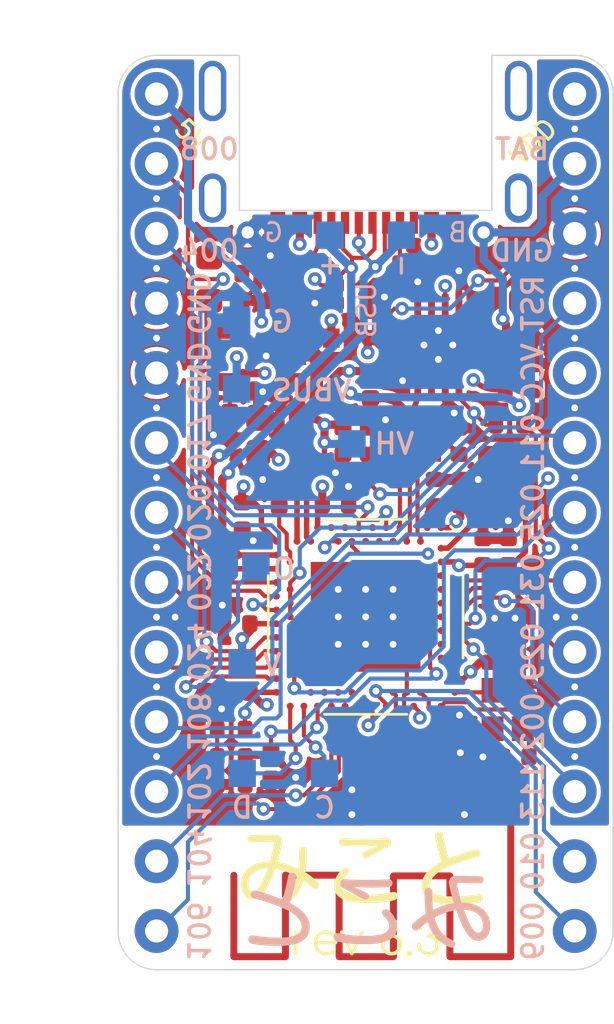
<source format=kicad_pcb>
(kicad_pcb (version 20211014) (generator pcbnew)
  (layers (0 "F.Cu" signal) (1 "In1.Cu" power) (2 "In2.Cu" power) (31 "B.Cu" signal) (34 "B.Paste" user) (35 "F.Paste" user) (36 "B.SilkS" user "B.Silkscreen") (37 "F.SilkS" user "F.Silkscreen") (38 "B.Mask" user) (39 "F.Mask" user) (44 "Edge.Cuts" user))
  (net 0 "")
  (net 1 "VDD_NRF")
  (net 2 "VSS_PA")
  (net 3 "Net-(C6-Pad1)")
  (net 4 "Net-(C7-Pad1)")
  (net 5 "Net-(C9-Pad2)")
  (net 6 "Net-(C10-Pad1)")
  (net 7 "Net-(C11-Pad1)")
  (net 8 "Net-(C12-Pad1)")
  (net 9 "Net-(C13-Pad1)")
  (net 10 "VBUS")
  (net 11 "Net-(C15-Pad2)")
  (net 12 "Net-(C17-Pad2)")
  (net 13 "Net-(C18-Pad2)")
  (net 14 "BAT_VOLT")
  (net 15 "VBAT")
  (net 16 "BLUE_LED")
  (net 17 "Net-(D3-Pad1)")
  (net 18 "Net-(C5-Pad2)")
  (net 19 "USB_D+")
  (net 20 "USB_D-")
  (net 21 "Net-(L2-Pad2)")
  (net 22 "Net-(L3-Pad2)")
  (net 23 "SWD")
  (net 24 "SWC")
  (net 26 "CHARGE_CTRL_2")
  (net 32 "RESET")
  (net 36 "P1.08")
  (net 39 "GND")
  (net 40 "P0.09")
  (net 41 "P0.10")
  (net 42 "P0.02")
  (net 43 "P1.04")
  (net 44 "P1.06")
  (net 45 "P0.11")
  (net 46 "P0.24")
  (net 47 "P0.22")
  (net 48 "P0.20")
  (net 49 "P0.17")
  (net 50 "P0.08")
  (net 52 "PPH_VCC")
  (net 53 "PPH_VCC_CTRL")
  (net 54 "VDDH")
  (net 56 "Net-(R8-Pad1)")
  (net 57 "Net-(D3-Pad2)")
  (net 58 "Net-(L4-Pad2)")
  (net 60 "P0.25")
  (net 62 "/ANT")
  (net 63 "CHARGE_CTRL_1")
  (net 64 "Net-(R1-Pad1)")
  (net 68 "Net-(R12-Pad2)")
  (net 72 "P1.02")
  (net 73 "P0.29")
  (net 75 "/CC1")
  (net 76 "/CC2")
  (net 77 "Net-(D1-Pad1)")
  (net 78 "P0.31")
  (net 79 "P1.13")
  (net 85 "EXT_5V")
  (net 86 "P0.04")
  (net 87 "Net-(C23-Pad1)")
  (net 93 "SWO")
  (footprint "footprints:Capacitor_0402_1005M-nosilk" (layer "F.Cu") (at 1.25 8.175 180)
    (fp_text reference "C9")
    (fp_text value "1pF")
  )
  (footprint "footprints:Capacitor_0402_1005M-nosilk" (layer "F.Cu") (at 5.2 1.425 -90)
    (fp_text reference "C16")
    (fp_text value "47nF")
  )
  (footprint "footprints:Inductor_0402_1005M-nosilk" (layer "F.Cu") (at 1.38 9.54 135)
    (fp_text reference "L1")
    (fp_text value "3.9nH")
  )
  (footprint "footprints:Inductor_0402_1005M-nosilk" (layer "F.Cu") (at 5.65 -1.65 90)
    (fp_text reference "L2")
    (fp_text value "15nH")
  )
  (footprint "footprints:AQFN-73-1EP_7x7mm_P0.5mm_NRF52840-custom" (layer "F.Cu") (at 0 3.8 -90)
    (fp_text reference "U1")
    (fp_text value "nRF52840")
  )
  (footprint "footprints:USB-C_C168688" (layer "F.Cu") (at 0 -17.55)
    (fp_text reference "J1" hide)
    (fp_text value "USB_C_Receptacle_USB2.0")
  )
  (footprint "footprints:Capacitor_0402_1005M-nosilk" (layer "F.Cu") (at -0.45 8.8 -90)
    (fp_text reference "C12")
    (fp_text value "1nF")
  )
  (footprint "footprints:Capacitor_0402_1005M-nosilk" (layer "F.Cu") (at 2.99 9.69 -90)
    (fp_text reference "C5")
    (fp_text value "1pF")
  )
  (footprint "footprints:Capacitor_0402_1005M-nosilk" (layer "F.Cu") (at -4.7 6.55)
    (fp_text reference "C2")
    (fp_text value "100nF")
  )
  (footprint "footprints:Resistor_0402_1005M-nosilk" (layer "F.Cu") (at 1.75 -9.05)
    (fp_text reference "R9")
    (fp_text value "5.1k")
  )
  (footprint "footprints:Resistor_0402_1005M-nosilk" (layer "F.Cu") (at -4.9 8.9)
    (fp_text reference "R3")
    (fp_text value "2M")
  )
  (footprint "footprints:mikoto-logo" (layer "F.Cu") (at 0 13)
    (fp_text reference "DUMMY1" hide)
    (fp_text value "logo_front" hide)
  )
  (footprint "footprints:Crystal_SMD_2012-2Pin_2.0x1.2mm" (layer "F.Cu") (at 1.75 -2.4 180)
    (fp_text reference "Y2")
    (fp_text value "32.768 kHz")
  )
  (footprint "footprints:Capacitor_0402_1005M-nosilk" (layer "F.Cu") (at 0.1 -2.6 -90)
    (fp_text reference "C18")
    (fp_text value "15pF")
  )
  (footprint "footprints:Capacitor_0402_1005M-nosilk" (layer "F.Cu") (at -1.1 -0.275)
    (fp_text reference "C8")
    (fp_text value "1uF")
  )
  (footprint "footprints:Capacitor_0402_1005M-nosilk" (layer "F.Cu") (at -3.15 -0.7 90)
    (fp_text reference "C13")
    (fp_text value "4.7uF")
  )
  (footprint "footprints:Capacitor_0402_1005M-nosilk" (layer "F.Cu") (at 5.47 8.9 180)
    (fp_text reference "C6")
    (fp_text value "15pF")
  )
  (footprint "footprints:Capacitor_0402_1005M-nosilk" (layer "F.Cu") (at -4.5 0.125 90)
    (fp_text reference "C14")
    (fp_text value "4.7uF")
  )
  (footprint "footprints:Capacitor_0402_1005M-nosilk" (layer "F.Cu") (at 4.81 11.05)
    (fp_text reference "C22")
    (fp_text value "1.5pF")
  )
  (footprint "footprints:Capacitor_0402_1005M-nosilk" (layer "F.Cu") (at 3.4 -2.6 -90)
    (fp_text reference "C17")
    (fp_text value "15pF")
  )
  (footprint "footprints:Capacitor_0402_1005M-nosilk" (layer "F.Cu") (at 3.45 -0.725 -90)
    (fp_text reference "C1")
    (fp_text value "4.7uF")
  )
  (footprint "footprints:Inductor_0603_1608M-nosilk" (layer "F.Cu") (at 4.575 -1.2 -90)
    (fp_text reference "L3")
    (fp_text value "10uH")
  )
  (footprint "footprints:LED_0603_1608Metric-nosilk" (layer "F.Cu") (at -5.7 -8.5 -90)
    (fp_text reference "D1")
    (fp_text value "BLUE" hide)
  )
  (footprint "footprints:Resistor_0402_1005M-nosilk" (layer "F.Cu") (at 0.575 -1.2 180)
    (fp_text reference "R7")
    (fp_text value "10k")
  )
  (footprint "footprints:Resistor_0402_1005M-nosilk" (layer "F.Cu") (at -4 -8.7 180)
    (fp_text reference "R5")
    (fp_text value "1.5k")
  )
  (footprint "footprints:Capacitor_0402_1005M-nosilk" (layer "F.Cu") (at -3.45 9.2 90)
    (fp_text reference "C19")
    (fp_text value "10nF")
  )
  (footprint "footprints:net-tie-2-tiny" (layer "F.Cu") (at 1.5 6.1 90)
    (fp_text reference "NT1")
    (fp_text value "NetTie_2")
  )
  (footprint "footprints:Capacitor_0402_1005M-nosilk" (layer "F.Cu") (at 3.125 8.175)
    (fp_text reference "C11")
    (fp_text value "100pF")
  )
  (footprint "footprints:Capacitor_0402_1005M-nosilk" (layer "F.Cu") (at 5.625 4.975 90)
    (fp_text reference "C7")
    (fp_text value "15pF")
  )
  (footprint "footprints:Crystal_SMD_2016-4Pin_2.0x1.6mm" (layer "F.Cu") (at 5.175 7.175 90)
    (fp_text reference "Y1")
    (fp_text value "32MHz")
  )
  (footprint "footprints:Capacitor_0402_1005M-nosilk" (layer "F.Cu") (at 4.525 4.975 -90)
    (fp_text reference "C3")
    (fp_text value "100nF")
  )
  (footprint "footprints:Capacitor_0402_1005M-nosilk" (layer "F.Cu") (at -4.7 4.05 180)
    (fp_text reference "C4")
    (fp_text value "100nF")
  )
  (footprint "footprints:Resistor_0402_1005M-nosilk" (layer "F.Cu") (at -4.9 9.9 180)
    (fp_text reference "R4")
    (fp_text value "10M")
  )
  (footprint "footprints:LED_0603_1608Metric-nosilk" (layer "F.Cu") (at 5.7 -8.5 -90)
    (fp_text reference "D3")
    (fp_text value "ORANGE" hide)
  )
  (footprint "footprints:Capacitor_0402_1005M-nosilk" (layer "F.Cu") (at 2.5 -0.725 90)
    (fp_text reference "C10")
    (fp_text value "100nF")
  )
  (footprint "footprints:Inductor_0603_1608M-nosilk" (layer "F.Cu") (at -3.125 -2.175)
    (fp_text reference "L4")
    (fp_text value "10uH")
  )
  (footprint "footprints:Capacitor_0402_1005M-nosilk" (layer "F.Cu") (at -0.825 -2.6 90)
    (fp_text reference "C25")
    (fp_text value "4.7uF")
  )
  (footprint "footprints:Capacitor_0402_1005M-nosilk" (layer "F.Cu") (at -4.95 -3.2 90)
    (fp_text reference "C20")
    (fp_text value "4.7uF")
  )
  (footprint "footprints:Resistor_0402_1005M-nosilk" (layer "F.Cu") (at -2.575 -8.225 -90)
    (fp_text reference "R10")
    (fp_text value "5.1k")
  )
  (footprint "footprints:Capacitor_0402_1005M-nosilk" (layer "F.Cu") (at 4.275 1.425 -90)
    (fp_text reference "C15")
    (fp_text value "1uF")
  )
  (footprint "footprints:mikoto-pins" (layer "F.Cu") (at 0 1.27)
    (fp_text reference "U4")
    (fp_text value "mikoto-pins" hide)
  )
  (footprint "footprints:revision-number" (layer "F.Cu") (at 0 15.65)
    (fp_text reference "DUMMY3")
    (fp_text value "revision_number" hide)
  )
  (footprint "footprints:Capacitor_0402_1005M-nosilk" (layer "F.Cu") (at 2.05 -3.575)
    (fp_text reference "C23")
    (fp_text value "1uF")
  )
  (footprint "footprints:Resistor_0402_1005M-nosilk" (layer "F.Cu") (at -4.9 7.9 180)
    (fp_text reference "R12")
    (fp_text value "2M")
  )
  (footprint "footprints:Resistor_0402_1005M-nosilk" (layer "F.Cu") (at 5.25 -3.2)
    (fp_text reference "R1")
    (fp_text value "3.9k")
  )
  (footprint "footprints:2.4GHz-meander-antenna-v2" (layer "F.Cu") (at 5.29 10.45)
    (fp_text reference "AE1")
    (fp_text value "Antenna" hide)
  )
  (footprint "footprints:Capacitor_0402_1005M-nosilk" (layer "F.Cu") (at 5.6 -6.35 180)
    (fp_text reference "C26")
    (fp_text value "4.7uF")
  )
  (footprint "footprints:PTH-0.8_0.45mm" (layer "F.Cu") (at 4.3 -10.2)
    (fp_text reference "J4")
    (fp_text value "PTH")
  )
  (footprint "footprints:D_SOD-323F-nosilk" (layer "F.Cu") (at -1.25 -5.2 90)
    (fp_text reference "D5")
    (fp_text value "PMEG4010CEJ")
  )
  (footprint "footprints:PTH-0.8_0.45mm" (layer "F.Cu") (at -4.3 -10.2)
    (fp_text reference "J5")
    (fp_text value "PTH")
  )
  (footprint "footprints:Capacitor_0603_1608M-nosilk" (layer "F.Cu") (at -3.125 -3.45)
    (fp_text reference "C21")
    (fp_text value "10uF")
  )
  (footprint "footprints:Capacitor_0402_1005M-nosilk" (layer "F.Cu") (at 0.175 -6.85 -90)
    (fp_text reference "C24")
    (fp_text value "4.7uF")
  )
  (footprint "footprints:UDFN-6_1.2x1.0mm_P0.4mm" (layer "F.Cu") (at -0.9 -7.95 90)
    (fp_text reference "U5")
    (fp_text value "ESDR0502NMUTAG" hide)
  )
  (footprint "footprints:Resistor_0402_1005M-nosilk" (layer "F.Cu") (at 5.6 -5.425)
    (fp_text reference "R8")
    (fp_text value "10k")
  )
  (footprint "footprints:Resistor_0402_1005M-nosilk" (layer "F.Cu") (at -4 -7.725 180)
    (fp_text reference "R2")
    (fp_text value "2M")
  )
  (footprint "footprints:SOT-23-5" (layer "F.Cu") (at -3.8 -5.7 180)
    (fp_text reference "U3")
    (fp_text value "XC6220B331MR")
  )
  (footprint "footprints:Resistor_0402_1005M-nosilk" (layer "F.Cu") (at 4.78 10.17)
    (fp_text reference "R11")
    (fp_text value "0R")
  )
  (footprint "footprints:Fuse_0402_1005Metric" (layer "F.Cu") (at 0.175 -4.65 90)
    (fp_text reference "F1")
    (fp_text value "500mA hold")
  )
  (footprint "footprints:VQFN-16-1EP_3x3mm_P0.5mm_EP1.6x1.6mm" (layer "F.Cu") (at 2.65 -6.1 180)
    (fp_text reference "U2")
    (fp_text value "BQ24075RGT")
  )
  (footprint "footprints:Resistor_0402_1005M-nosilk" (layer "F.Cu") (at 5.6 -4.475)
    (fp_text reference "R6")
    (fp_text value "10k")
  )
  (footprint "footprints:TestPoint_Pad_1.0x1.0mm-nosilk" (layer "B.Cu") (at -4.5 5.5)
    (fp_text reference "TP3")
    (fp_text value "PAD")
  )
  (footprint "footprints:TestPoint_Pad_1.0x1.0mm-nosilk" (layer "B.Cu") (at -4.5 9.5)
    (fp_text reference "TP2")
    (fp_text value "PAD")
  )
  (footprint "footprints:TestPoint_Pad_1.0x1.0mm-nosilk" (layer "B.Cu") (at -1.5 9.5)
    (fp_text reference "TP1")
    (fp_text value "PAD")
  )
  (footprint "footprints:mikoto-logo" (layer "B.Cu") (at 0 14.5 180)
    (fp_text reference "DUMMY2" hide)
    (fp_text value "logo_back" hide)
  )
  (footprint "footprints:TestPoint_Pad_1.0x1.0mm-nosilk" (layer "B.Cu") (at -1.3 -10.1 180)
    (fp_text reference "TP6")
    (fp_text value "PAD")
  )
  (footprint "footprints:TestPoint_Pad_1.0x1.0mm-nosilk" (layer "B.Cu") (at -4 2 180)
    (fp_text reference "TP9")
    (fp_text value "PAD")
  )
  (footprint "footprints:TestPoint_Pad_1.0x1.0mm-nosilk" (layer "B.Cu") (at -4.7 -7 180)
    (fp_text reference "TP5")
    (fp_text value "PAD")
  )
  (footprint "footprints:TestPoint_Pad_1.0x1.0mm-nosilk" (layer "B.Cu") (at -4.7 -4.5 180)
    (fp_text reference "TP8")
    (fp_text value "PAD")
  )
  (footprint "footprints:TestPoint_Pad_1.0x1.0mm-nosilk" (layer "B.Cu") (at -0.5 -2.5 180)
    (fp_text reference "TP7")
    (fp_text value "PAD")
  )
  (footprint "footprints:TestPoint_Pad_1.0x1.0mm-nosilk" (layer "B.Cu") (at 1.3 -10.1 180)
    (fp_text reference "TP4")
    (fp_text value "PAD")
  )
  (gr_line (start -7.62 16.65) (end 7.62 16.65) (layer "Edge.Cuts") (width 0.05))
  (gr_line (start 9.02 -15.25) (end 9.02 15.25) (layer "Edge.Cuts") (width 0.05))
  (gr_line (start -7.62 -16.65) (end -4.6 -16.65) (layer "Edge.Cuts") (width 0.05))
  (gr_line (start -9.02 -15.25) (end -9.02 15.25) (layer "Edge.Cuts") (width 0.05))
  (gr_line (start 4.6 -16.65) (end 7.62 -16.65) (layer "Edge.Cuts") (width 0.05))
  (gr_line (start 4.6 -11) (end 4.6 -16.65) (layer "Edge.Cuts") (width 0.05))
  (gr_arc (start 9.02 15.25) (mid 8.609949 16.239949) (end 7.62 16.65) (layer "Edge.Cuts") (width 0.05))
  (gr_line (start -4.6 -16.65) (end -4.6 -11) (layer "Edge.Cuts") (width 0.05))
  (gr_arc (start 7.62 -16.65) (mid 8.609949 -16.239949) (end 9.02 -15.25) (layer "Edge.Cuts") (width 0.05))
  (gr_arc (start -9.02 -15.25) (mid -8.609949 -16.239949) (end -7.62 -16.65) (layer "Edge.Cuts") (width 0.05))
  (gr_line (start -4.6 -11) (end 4.6 -11) (layer "Edge.Cuts") (width 0.05))
  (gr_arc (start -7.62 16.65) (mid -8.609949 16.239949) (end -9.02 15.25) (layer "Edge.Cuts") (width 0.05))
  (gr_text "V" (at -3 5.55) (layer "B.SilkS") (effects (font (size 0.75 0.75) (thickness 0.13)) (justify left mirror)))
  (gr_text "G" (at -3.5 -6.95) (layer "B.SilkS") (effects (font (size 0.75 0.75) (thickness 0.13)) (justify right mirror)))
  (gr_text "+" (at -1.35 -9.5 90) (layer "B.SilkS") (effects (font (size 0.7 0.7) (thickness 0.12)) (justify left mirror)))
  (gr_text "VH" (at 0.25 -2.5) (layer "B.SilkS") (effects (font (size 0.75 0.75) (thickness 0.13)) (justify right mirror)))
  (gr_text "C" (at -1.5 10.75) (layer "B.SilkS") (effects (font (size 0.75 0.75) (thickness 0.13)) (justify mirror)))
  (gr_text "-" (at 1.25 -9.5 90) (layer "B.SilkS") (effects (font (size 0.7 0.7) (thickness 0.12)) (justify left mirror)))
  (gr_text "O" (at -2.5 2.05) (layer "B.SilkS") (effects (font (size 0.75 0.75) (thickness 0.13)) (justify left mirror)))
  (gr_text "B" (at 3.35 -10.2) (layer "B.SilkS") (effects (font (size 0.675 0.675) (thickness 0.1)) (justify mirror)))
  (gr_text "USB" (at 0.0325 -8.45 90) (layer "B.SilkS") (effects (font (size 0.675 0.675) (thickness 0.1)) (justify left mirror)))
  (gr_text "G" (at -3.35 -10.2) (layer "B.SilkS") (effects (font (size 0.675 0.675) (thickness 0.1)) (justify mirror)))
  (gr_text "VBUS" (at -3.5 -4.45) (layer "B.SilkS") (effects (font (size 0.75 0.75) (thickness 0.13)) (justify right mirror)))
  (gr_text "D" (at -4.5 10.75) (layer "B.SilkS") (effects (font (size 0.75 0.75) (thickness 0.13)) (justify mirror)))
  (segment (start -1.58 -0.945) (end -1.575 -0.95) (width 0.3) (layer "F.Cu") (net 1))
  (segment (start 3.45 0.175) (end 3.45 -0.245) (width 0.3) (layer "F.Cu") (net 1))
  (segment (start 2.75 0.55) (end 3.075 0.55) (width 0.2) (layer "F.Cu") (net 1))
  (segment (start -4.22 4.32) (end -4.22 4.05) (width 0.3) (layer "F.Cu") (net 1))
  (segment (start -1.75 -0.105) (end -1.58 -0.275) (width 0.2) (layer "F.Cu") (net 1))
  (segment (start 4.17 5.455) (end 3.825 5.8) (width 0.3) (layer "F.Cu") (net 1))
  (segment (start -1.75 0.55) (end -1.75 -0.105) (width 0.2) (layer "F.Cu") (net 1))
  (segment (start -4.5 4.6) (end -4.22 4.32) (width 0.3) (layer "F.Cu") (net 1))
  (segment (start -3.175 -1.925) (end -3.425 -2.175) (width 0.3) (layer "F.Cu") (net 1))
  (segment (start -1.58 -0.275) (end -1.58 -0.945) (width 0.3) (layer "F.Cu") (net 1))
  (segment (start -3.25 4.05) (end -4.22 4.05) (width 0.2) (layer "F.Cu") (net 1))
  (segment (start 3.3 0.325) (end 3.45 0.175) (width 0.3) (layer "F.Cu") (net 1))
  (segment (start -3.6 7) (end -3.77 7) (width 0.3) (layer "F.Cu") (net 1))
  (segment (start 3.25 6.05) (end 3.575 6.05) (width 0.2) (layer "F.Cu") (net 1))
  (segment (start -3.425 -2.175) (end -3.9125 -2.175) (width 0.3) (layer "F.Cu") (net 1))
  (segment (start 4.525 5.455) (end 4.17 5.455) (width 0.3) (layer "F.Cu") (net 1))
  (segment (start -3.25 6.55) (end -4.22 6.55) (width 0.2) (layer "F.Cu") (net 1))
  (segment (start 3.075 0.55) (end 3.3 0.325) (width 0.2) (layer "F.Cu") (net 1))
  (segment (start 3.575 6.05) (end 3.825 5.8) (width 0.2) (layer "F.Cu") (net 1))
  (segment (start -3.77 7) (end -4.22 6.55) (width 0.3) (layer "F.Cu") (net 1))
  (via (at 3.825 5.8) (size 0.5) (drill 0.25) (layers "F.Cu" "B.Cu") (net 1))
  (via (at 3.3 0.325) (size 0.5) (drill 0.25) (layers "F.Cu" "B.Cu") (net 1))
  (via (at -4.5 4.6) (size 0.5) (drill 0.25) (layers "F.Cu" "B.Cu") (net 1))
  (via (at -3.6 7) (size 0.5) (drill 0.25) (layers "F.Cu" "B.Cu") (net 1))
  (via (at -3.175 -1.925) (size 0.5) (drill 0.25) (layers "F.Cu" "B.Cu") (net 1))
  (via (at -1.575 -0.95) (size 0.5) (drill 0.25) (layers "F.Cu" "B.Cu") (net 1))
  (segment (start -4.5 4.6) (end -4.5 5.5) (width 0.3) (layer "B.Cu") (net 1))
  (segment (start 1.5 6.55) (end 1.5 6.25) (width 0.15) (layer "F.Cu") (net 2))
  (segment (start 1.4 6.65) (end 1.4 7.845) (width 0.15) (layer "F.Cu") (net 2))
  (segment (start 1.4 7.845) (end 1.73 8.175) (width 0.15) (layer "F.Cu") (net 2))
  (segment (start 1.5 6.55) (end 1.4 6.65) (width 0.15) (layer "F.Cu") (net 2))
  (segment (start 2.89 6.91) (end 2.75 7.05) (width 0.15) (layer "F.Cu") (net 3))
  (segment (start 5.725 7.875) (end 5.95 8.1) (width 0.15) (layer "F.Cu") (net 3))
  (segment (start 5.725 7.875) (end 5.725 7.3) (width 0.15) (layer "F.Cu") (net 3))
  (segment (start 3.73 6.91) (end 2.89 6.91) (width 0.15) (layer "F.Cu") (net 3))
  (segment (start 3.995 7.175) (end 3.73 6.91) (width 0.15) (layer "F.Cu") (net 3))
  (segment (start 5.725 7.3) (end 5.6 7.175) (width 0.15) (layer "F.Cu") (net 3))
  (segment (start 5.6 7.175) (end 3.995 7.175) (width 0.15) (layer "F.Cu") (net 3))
  (segment (start 5.95 8.1) (end 5.95 8.9) (width 0.15) (layer "F.Cu") (net 3))
  (segment (start 4.55 6.55) (end 3.25 6.55) (width 0.15) (layer "F.Cu") (net 4))
  (segment (start 4.625 6.25) (end 5.42 5.455) (width 0.15) (layer "F.Cu") (net 4))
  (segment (start 4.625 6.475) (end 4.55 6.55) (width 0.15) (layer "F.Cu") (net 4))
  (segment (start 4.625 6.475) (end 4.625 6.25) (width 0.15) (layer "F.Cu") (net 4))
  (segment (start 5.42 5.455) (end 5.625 5.455) (width 0.15) (layer "F.Cu") (net 4))
  (segment (start 1.1 7.845) (end 0.77 8.175) (width 0.15) (layer "F.Cu") (net 5))
  (segment (start 1.1 6.65) (end 1.1 7.845) (width 0.15) (layer "F.Cu") (net 5))
  (segment (start 0.77 8.175) (end 0.77 8.552331) (width 0.4141) (layer "F.Cu") (net 5))
  (segment (start 1 6.55) (end 1.1 6.65) (width 0.15) (layer "F.Cu") (net 5))
  (arc (start 0.77 8.552331) (mid 0.839405 8.901252) (end 1.037053 9.197053) (width 0.4141) (layer "F.Cu") (net 5))
  (segment (start 2.25 0.005) (end 2.5 -0.245) (width 0.2) (layer "F.Cu") (net 6))
  (segment (start 2.25 0.55) (end 2.25 0.005) (width 0.2) (layer "F.Cu") (net 6))
  (segment (start 2 6.55) (end 2.3 6.85) (width 0.15) (layer "F.Cu") (net 7))
  (segment (start 2.3 6.85) (end 2.3 7.15) (width 0.15) (layer "F.Cu") (net 7))
  (segment (start 2.3 7.15) (end 2.645 7.495) (width 0.15) (layer "F.Cu") (net 7))
  (segment (start 2.645 7.495) (end 2.645 8.175) (width 0.15) (layer "F.Cu") (net 7))
  (segment (start -0.45 8.32) (end -0.45 7.5) (width 0.15) (layer "F.Cu") (net 8))
  (segment (start -0.45 7.5) (end -0.25 7.3) (width 0.15) (layer "F.Cu") (net 8))
  (segment (start -0.25 7.3) (end -0.25 7.05) (width 0.15) (layer "F.Cu") (net 8))
  (segment (start -3.15 -0.22) (end -3.15 0.5) (width 0.15) (layer "F.Cu") (net 9))
  (segment (start -2.875 0.775) (end -2.875 1.325) (width 0.15) (layer "F.Cu") (net 9))
  (segment (start -3.15 0.5) (end -2.875 0.775) (width 0.15) (layer "F.Cu") (net 9))
  (segment (start -2.875 1.325) (end -2.75 1.45) (width 0.15) (layer "F.Cu") (net 9))
  (segment (start -2.75 1.45) (end -2.75 1.8) (width 0.15) (layer "F.Cu") (net 9))
  (segment (start -4.5 -0.9) (end -4.5 -0.355) (width 0.3) (layer "F.Cu") (net 10))
  (segment (start -1.625001 -8.275001) (end -1.299998 -8.275001) (width 0.15) (layer "F.Cu") (net 10))
  (segment (start -1.25 -7) (end -1.25 -6.35) (width 0.3) (layer "F.Cu") (net 10))
  (segment (start 2.4 -9.775) (end 2.4 -10.55) (width 0.3) (layer "F.Cu") (net 10))
  (segment (start -3.8 -0.1) (end -4.055 -0.355) (width 0.2) (layer "F.Cu") (net 10))
  (segment (start -3.25 1.05) (end -3.8 0.5) (width 0.2) (layer "F.Cu") (net 10))
  (segment (start -1.85 -8.5) (end -1.625001 -8.275001) (width 0.15) (layer "F.Cu") (net 10))
  (segment (start -2.4 -9.775) (end -2.4 -10.55) (width 0.3) (layer "F.Cu") (net 10))
  (segment (start -4.055 -0.355) (end -4.5 -0.355) (width 0.2) (layer "F.Cu") (net 10))
  (segment (start -3.8 0.5) (end -3.8 -0.1) (width 0.2) (layer "F.Cu") (net 10))
  (segment (start -4.45 -0.95) (end -4.5 -0.9) (width 0.3) (layer "F.Cu") (net 10))
  (via (at -1.25 -7) (size 0.5) (drill 0.25) (layers "F.Cu" "B.Cu") (net 10))
  (via (at -2.4 -9.775) (size 0.5) (drill 0.25) (layers "F.Cu" "B.Cu") (net 10))
  (via (at -4.45 -0.95) (size 0.5) (drill 0.25) (layers "F.Cu" "B.Cu") (net 10))
  (via (at -1.85 -8.5) (size 0.5) (drill 0.25) (layers "F.Cu" "B.Cu") (net 10))
  (via (at 2.4 -9.775) (size 0.5) (drill 0.25) (layers "F.Cu" "B.Cu") (net 10))
  (via (at -4.7 -5.65) (size 0.5) (drill 0.25) (layers "F.Cu" "B.Cu") (net 10))
  (segment (start -4.7 -4.5) (end -4.7 -5.65) (width 0.3) (layer "B.Cu") (net 10))
  (segment (start 3.275 1.8) (end 3.4 1.925) (width 0.2) (layer "F.Cu") (net 11))
  (segment (start 5.825 -0.99) (end 5.65 -1.165) (width 0.2) (layer "F.Cu") (net 11))
  (segment (start 4.275 1.905) (end 5.2 1.905) (width 0.2) (layer "F.Cu") (net 11))
  (segment (start 1.975 7.475) (end 1.975 7.275) (width 0.15) (layer "F.Cu") (net 11))
  (segment (start 2.75 1.8) (end 3.275 1.8) (width 0.2) (layer "F.Cu") (net 11))
  (segment (start 5.345 1.905) (end 5.825 1.425) (width 0.2) (layer "F.Cu") (net 11))
  (segment (start 1.975 7.275) (end 1.75 7.05) (width 0.15) (layer "F.Cu") (net 11))
  (segment (start 5.2 1.905) (end 5.345 1.905) (width 0.2) (layer "F.Cu") (net 11))
  (segment (start 3.4 1.925) (end 4.255 1.925) (width 0.2) (layer "F.Cu") (net 11))
  (segment (start 4.255 1.925) (end 4.275 1.905) (width 0.2) (layer "F.Cu") (net 11))
  (segment (start 5.825 1.425) (end 5.825 -0.99) (width 0.2) (layer "F.Cu") (net 11))
  (via (at 3.4 1.925) (size 0.5) (drill 0.25) (layers "F.Cu" "B.Cu") (net 11))
  (via (at 1.975 7.475) (size 0.5) (drill 0.25) (layers "F.Cu" "B.Cu") (net 11))
  (segment (start 3.12 -2.4) (end 3.4 -2.12) (width 0.15) (layer "F.Cu") (net 12))
  (segment (start 2.45 -2.4) (end 3.12 -2.4) (width 0.15) (layer "F.Cu") (net 12))
  (segment (start 1.89 -1.84) (end 2.45 -2.4) (width 0.15) (layer "F.Cu") (net 12))
  (segment (start 2 1.05) (end 2 0.87) (width 0.15) (layer "F.Cu") (net 12))
  (segment (start 1.89 0.76) (end 1.89 -1.84) (width 0.15) (layer "F.Cu") (net 12))
  (segment (start 2 0.87) (end 1.89 0.76) (width 0.15) (layer "F.Cu") (net 12))
  (segment (start 1.5 0.87) (end 1.61 0.76) (width 0.15) (layer "F.Cu") (net 13))
  (segment (start 1.5 1.05) (end 1.5 0.87) (width 0.15) (layer "F.Cu") (net 13))
  (segment (start 1.61 0.76) (end 1.61 -1.84) (width 0.15) (layer "F.Cu") (net 13))
  (segment (start 1.05 -2.4) (end 0.38 -2.4) (width 0.15) (layer "F.Cu") (net 13))
  (segment (start 0.38 -2.4) (end 0.1 -2.12) (width 0.15) (layer "F.Cu") (net 13))
  (segment (start 1.61 -1.84) (end 1.05 -2.4) (width 0.15) (layer "F.Cu") (net 13))
  (segment (start -3.45 7.975) (end -3.45 8.72) (width 0.15) (layer "F.Cu") (net 14))
  (segment (start 2.45 3.8) (end 2.75 3.8) (width 0.15) (layer "F.Cu") (net 14))
  (segment (start 2.35 3.9) (end 2.45 3.8) (width 0.15) (layer "F.Cu") (net 14))
  (segment (start -3.45 8.72) (end -3.63 8.9) (width 0.15) (layer "F.Cu") (net 14))
  (segment (start 2.35 5.65) (end 2.35 3.9) (width 0.15) (layer "F.Cu") (net 14))
  (segment (start -3.63 8.9) (end -4.39 8.9) (width 0.15) (layer "F.Cu") (net 14))
  (segment (start -4.39 8.9) (end -4.39 9.9) (width 0.15) (layer "F.Cu") (net 14))
  (segment (start 2.575 5.875) (end 2.35 5.65) (width 0.15) (layer "F.Cu") (net 14))
  (via (at -3.45 7.975) (size 0.5) (drill 0.25) (layers "F.Cu" "B.Cu") (net 14))
  (via (at 2.575 5.875) (size 0.5) (drill 0.25) (layers "F.Cu" "B.Cu") (net 14))
  (segment (start -3.45 7.975) (end -2.625 7.975) (width 0.15) (layer "B.Cu") (net 14))
  (segment (start -2.625 7.975) (end -1.5 6.85) (width 0.15) (layer "B.Cu") (net 14))
  (segment (start 0.175 6.05) (end 2.4 6.05) (width 0.15) (layer "B.Cu") (net 14))
  (segment (start -0.625 6.85) (end 0.175 6.05) (width 0.15) (layer "B.Cu") (net 14))
  (segment (start 2.4 6.05) (end 2.575 5.875) (width 0.15) (layer "B.Cu") (net 14))
  (segment (start -1.5 6.85) (end -0.625 6.85) (width 0.15) (layer "B.Cu") (net 14))
  (segment (start 5.12 -6.760295) (end 5.12 -6.35) (width 0.3) (layer "F.Cu") (net 15))
  (segment (start -4.4 7.3) (end -4.4 7.89) (width 0.15) (layer "F.Cu") (net 15))
  (segment (start 4.62 -5.85) (end 5.12 -6.35) (width 0.2) (layer "F.Cu") (net 15))
  (segment (start -4.4 7.89) (end -4.39 7.9) (width 0.15) (layer "F.Cu") (net 15))
  (segment (start 4.0875 -5.85) (end 4.62 -5.85) (width 0.2) (layer "F.Cu") (net 15))
  (segment (start 4.0875 -6.35) (end 5.12 -6.35) (width 0.2) (layer "F.Cu") (net 15))
  (via (at -4.4 7.3) (size 0.5) (drill 0.25) (layers "F.Cu" "B.Cu") (net 15))
  (via (at 6.65 -1.25) (size 0.5) (drill 0.25) (layers "F.Cu" "B.Cu") (net 15))
  (via (at 5 -7.05) (size 0.5) (drill 0.25) (layers "F.Cu" "B.Cu") (net 15))
  (arc (start 5 -7.05) (mid 5.088813 -6.917083) (end 5.12 -6.760295) (width 0.3) (layer "F.Cu") (net 15))
  (segment (start 5 -8.5) (end 5 -7.05) (width 0.3) (layer "B.Cu") (net 15))
  (segment (start -4.4 7.3) (end -4.4 7.1) (width 0.15) (layer "B.Cu") (net 15))
  (segment (start 6.45 -10.55) (end 6.45 -11.53) (width 0.3) (layer "B.Cu") (net 15))
  (segment (start 4.3 -10.2) (end 6.1 -10.2) (width 0.3) (layer "B.Cu") (net 15))
  (segment (start 6.35 -0.95) (end 6.65 -1.25) (width 0.15) (layer "B.Cu") (net 15))
  (segment (start 1.5 0.8) (end 5.55 0.8) (width 0.15) (layer "B.Cu") (net 15))
  (segment (start 4.3 -9.2) (end 4.75 -8.75) (width 0.3) (layer "B.Cu") (net 15))
  (segment (start -3.4 3.875) (end -0.625 1.1) (width 0.15) (layer "B.Cu") (net 15))
  (segment (start 4.75 -8.75) (end 5 -8.5) (width 0.3) (layer "B.Cu") (net 15))
  (segment (start 5.55 0.8) (end 6.35 0) (width 0.15) (layer "B.Cu") (net 15))
  (segment (start -4.4 7.1) (end -3.4 6.1) (width 0.15) (layer "B.Cu") (net 15))
  (segment (start 6.45 -11.53) (end 7.62 -12.7) (width 0.3) (layer "B.Cu") (net 15))
  (segment (start 1.2 1.1) (end 1.5 0.8) (width 0.15) (layer "B.Cu") (net 15))
  (segment (start 6.1 -10.2) (end 6.45 -10.55) (width 0.3) (layer "B.Cu") (net 15))
  (segment (start -3.4 6.1) (end -3.4 3.875) (width 0.15) (layer "B.Cu") (net 15))
  (segment (start 6.35 0) (end 6.35 -0.95) (width 0.15) (layer "B.Cu") (net 15))
  (segment (start -0.625 1.1) (end 1.2 1.1) (width 0.15) (layer "B.Cu") (net 15))
  (segment (start 4.3 -10.2) (end 4.3 -9.2) (width 0.3) (layer "B.Cu") (net 15))
  (segment (start -3.25 3.05) (end -3.675 3.05) (width 0.15) (layer "F.Cu") (net 16))
  (segment (start -3.675 3.05) (end -3.875 2.85) (width 0.15) (layer "F.Cu") (net 16))
  (segment (start -5.8 -5.65) (end -5.8 -7.6125) (width 0.15) (layer "F.Cu") (net 16))
  (segment (start -6.325 1.625) (end -6.325 -5.125) (width 0.15) (layer "F.Cu") (net 16))
  (segment (start -5.1 2.85) (end -6.325 1.625) (width 0.15) (layer "F.Cu") (net 16))
  (segment (start -6.325 -5.125) (end -5.8 -5.65) (width 0.15) (layer "F.Cu") (net 16))
  (segment (start -5.8 -7.6125) (end -5.7 -7.7125) (width 0.15) (layer "F.Cu") (net 16))
  (segment (start -3.875 2.85) (end -5.1 2.85) (width 0.15) (layer "F.Cu") (net 16))
  (segment (start 1.325 -7.425) (end 1.05 -7.425) (width 0.15) (layer "F.Cu") (net 17))
  (segment (start 0.875 -7.25) (end 0.875 -6.85) (width 0.15) (layer "F.Cu") (net 17))
  (segment (start 4.1 -8.45) (end 4.8625 -8.45) (width 0.15) (layer "F.Cu") (net 17))
  (segment (start 0.875 -6.85) (end 1.2125 -6.85) (width 0.15) (layer "F.Cu") (net 17))
  (segment (start 1.05 -7.425) (end 0.875 -7.25) (width 0.15) (layer "F.Cu") (net 17))
  (segment (start 4.8625 -8.45) (end 5.7 -9.2875) (width 0.15) (layer "F.Cu") (net 17))
  (via (at 4.1 -8.45) (size 0.5) (drill 0.25) (layers "F.Cu" "B.Cu") (net 17))
  (via (at 1.325 -7.425) (size 0.5) (drill 0.25) (layers "F.Cu" "B.Cu") (net 17))
  (segment (start 4.1 -8.45) (end 3.075 -7.425) (width 0.15) (layer "B.Cu") (net 17))
  (segment (start 3.075 -7.425) (end 1.325 -7.425) (width 0.15) (layer "B.Cu") (net 17))
  (segment (start 2.415954 10.17) (end 2.99 10.17) (width 0.4141) (layer "F.Cu") (net 18))
  (segment (start 2.99 10.17) (end 4.27 10.17) (width 0.4141) (layer "F.Cu") (net 18))
  (arc (start 1.722947 9.882947) (mid 2.040901 10.095397) (end 2.415954 10.17) (width 0.4141) (layer "F.Cu") (net 18))
  (segment (start 0 -9.275) (end 0.325 -9.6) (width 0.15) (layer "F.Cu") (net 19))
  (segment (start -0.6625 -8.9) (end -0.9 -8.6625) (width 0.15) (layer "F.Cu") (net 19))
  (segment (start -5.675 1.1682) (end -4.7932 2.05) (width 0.3) (layer "F.Cu") (net 19))
  (segment (start -0.75 -10.55) (end -0.825 -10.475) (width 0.15) (layer "F.Cu") (net 19))
  (segment (start -0.5 -8.925) (end -0.5 -9.275) (width 0.15) (layer "F.Cu") (net 19))
  (segment (start 0.325 -10.475) (end 0.25 -10.55) (width 0.15) (layer "F.Cu") (net 19))
  (segment (start 0.325 -9.6) (end 0.325 -10.475) (width 0.15) (layer "F.Cu") (net 19))
  (segment (start -0.525 -8.9) (end -0.5 -8.925) (width 0.15) (layer "F.Cu") (net 19))
  (segment (start -0.9 -8.6625) (end -0.9 -8.275001) (width 0.15) (layer "F.Cu") (net 19))
  (segment (start -3.25 2.05) (end -4.7932 2.05) (width 0.2) (layer "F.Cu") (net 19))
  (segment (start -0.825 -10.475) (end -0.825 -9.6) (width 0.15) (layer "F.Cu") (net 19))
  (segment (start -5.35 -2.075) (end -5.675 -1.75) (width 0.3) (layer "F.Cu") (net 19))
  (segment (start -0.525 -8.9) (end -0.6625 -8.9) (width 0.15) (layer "F.Cu") (net 19))
  (segment (start -0.5 -9.275) (end 0 -9.275) (width 0.15) (layer "F.Cu") (net 19))
  (segment (start -5.675 -1.75) (end -5.675 1.1682) (width 0.3) (layer "F.Cu") (net 19))
  (segment (start -0.825 -9.6) (end -0.5 -9.275) (width 0.15) (layer "F.Cu") (net 19))
  (via (at -5.35 -2.075) (size 0.5) (drill 0.25) (layers "F.Cu" "B.Cu") (net 19))
  (via (at -0.525 -8.9) (size 0.5) (drill 0.25) (layers "F.Cu" "B.Cu") (net 19))
  (segment (start -5.35 -2.075) (end -5.15 -2.075) (width 0.3) (layer "B.Cu") (net 19))
  (segment (start -0.525 -8.9) (end -1.3 -9.675) (width 0.3) (layer "B.Cu") (net 19))
  (segment (start -5.15 -2.075) (end -0.525 -6.7) (width 0.3) (layer "B.Cu") (net 19))
  (segment (start -0.525 -6.7) (end -0.525 -8.9) (width 0.3) (layer "B.Cu") (net 19))
  (segment (start -1.3 -9.675) (end -1.3 -10.1) (width 0.3) (layer "B.Cu") (net 19))
  (segment (start -5.225 -1.225) (end -5.225 0.9818) (width 0.3) (layer "F.Cu") (net 20))
  (segment (start 0.7 -10.5) (end 0.75 -10.55) (width 0.15) (layer "F.Cu") (net 20))
  (segment (start -5.225 0.9818) (end -4.6568 1.55) (width 0.3) (layer "F.Cu") (net 20))
  (segment (start 0.35 -9.05) (end 0.7 -9.4) (width 0.15) (layer "F.Cu") (net 20))
  (segment (start -5 -1.45) (end -5.225 -1.225) (width 0.3) (layer "F.Cu") (net 20))
  (segment (start 0.7 -9.4) (end 0.7 -10.5) (width 0.15) (layer "F.Cu") (net 20))
  (segment (start 0.35 -8.95) (end -0.324999 -8.275001) (width 0.15) (layer "F.Cu") (net 20))
  (segment (start 0.35 -8.95) (end 0.35 -9.05) (width 0.15) (layer "F.Cu") (net 20))
  (segment (start -3.25 1.55) (end -4.6568 1.55) (width 0.2) (layer "F.Cu") (net 20))
  (segment (start -0.25 -10.55) (end -0.25 -9.825) (width 0.15) (layer "F.Cu") (net 20))
  (segment (start -0.324999 -8.275001) (end -0.499998 -8.275001) (width 0.15) (layer "F.Cu") (net 20))
  (via (at -0.25 -9.825) (size 0.5) (drill 0.25) (layers "F.Cu" "B.Cu") (net 20))
  (via (at -5 -1.45) (size 0.5) (drill 0.25) (layers "F.Cu" "B.Cu") (net 20))
  (via (at 0.35 -8.95) (size 0.5) (drill 0.25) (layers "F.Cu" "B.Cu") (net 20))
  (segment (start -0.25 -9.55) (end 0.35 -8.95) (width 0.15) (layer "B.Cu") (net 20))
  (segment (start 1.3 -9.9) (end 1.3 -10.1) (width 0.3) (layer "B.Cu") (net 20))
  (segment (start -0.075 -6.5) (end -5 -1.575) (width 0.3) (layer "B.Cu") (net 20))
  (segment (start -0.075 -8.525) (end -0.075 -6.5) (width 0.3) (layer "B.Cu") (net 20))
  (segment (start 0.35 -8.95) (end -0.075 -8.525) (width 0.3) (layer "B.Cu") (net 20))
  (segment (start 0.35 -8.95) (end 1.3 -9.9) (width 0.3) (layer "B.Cu") (net 20))
  (segment (start -0.25 -9.825) (end -0.25 -9.55) (width 0.15) (layer "B.Cu") (net 20))
  (segment (start -5 -1.575) (end -5 -1.45) (width 0.3) (layer "B.Cu") (net 20))
  (segment (start 4.575 -1.9875) (end 4.7225 -2.135) (width 0.2) (layer "F.Cu") (net 21))
  (segment (start 4.7225 -2.135) (end 5.65 -2.135) (width 0.2) (layer "F.Cu") (net 21))
  (segment (start 4.575 -0.275) (end 4.575 -0.4125) (width 0.2) (layer "F.Cu") (net 22))
  (segment (start 3 1.3) (end 4.575 -0.275) (width 0.2) (layer "F.Cu") (net 22))
  (segment (start 2.75 1.3) (end 3 1.3) (width 0.2) (layer "F.Cu") (net 22))
  (segment (start -2.55 8.5) (end -2.55 8.95) (width 0.15) (layer "F.Cu") (net 23))
  (segment (start -2.75 8.3) (end -2.55 8.5) (width 0.15) (layer "F.Cu") (net 23))
  (segment (start -2.75 7.05) (end -2.75 8.3) (width 0.15) (layer "F.Cu") (net 23))
  (via (at -2.55 8.95) (size 0.5) (drill 0.25) (layers "F.Cu" "B.Cu") (net 23))
  (segment (start -3.1 9.5) (end -4.5 9.5) (width 0.15) (layer "B.Cu") (net 23))
  (segment (start -2.55 8.95) (end -3.1 9.5) (width 0.15) (layer "B.Cu") (net 23))
  (segment (start -1.825 8.55) (end -2.25 8.125) (width 0.15) (layer "F.Cu") (net 24))
  (segment (start -2.25 8.125) (end -2.25 7.05) (width 0.15) (layer "F.Cu") (net 24))
  (via (at -1.825 8.55) (size 0.5) (drill 0.25) (layers "F.Cu" "B.Cu") (net 24))
  (segment (start -1.5 8.875) (end -1.5 9.5) (width 0.15) (layer "B.Cu") (net 24))
  (segment (start -1.825 8.55) (end -1.5 8.875) (width 0.15) (layer "B.Cu") (net 24))
  (segment (start 4 3.85) (end 3.8 4.05) (width 0.15) (layer "F.Cu") (net 26))
  (segment (start 6.675 1.3) (end 6.2 0.825) (width 0.15) (layer "F.Cu") (net 26))
  (segment (start 6.2 0.825) (end 6.2 -2.76) (width 0.15) (layer "F.Cu") (net 26))
  (segment (start 3.8 4.05) (end 3.25 4.05) (width 0.15) (layer "F.Cu") (net 26))
  (segment (start 6.2 -2.76) (end 5.76 -3.2) (width 0.15) (layer "F.Cu") (net 26))
  (via (at 6.675 1.3) (size 0.5) (drill 0.25) (layers "F.Cu" "B.Cu") (net 26))
  (via (at 4 3.85) (size 0.5) (drill 0.25) (layers "F.Cu" "B.Cu") (net 26))
  (segment (start 6.225 1.75) (end 6.675 1.3) (width 0.15) (layer "B.Cu") (net 26))
  (segment (start 4 3.85) (end 4 2.1) (width 0.15) (layer "B.Cu") (net 26))
  (segment (start 4.35 1.75) (end 6.225 1.75) (width 0.15) (layer "B.Cu") (net 26))
  (segment (start 4 2.1) (end 4.35 1.75) (width 0.15) (layer "B.Cu") (net 26))
  (segment (start -2.75 2.55) (end -2.75 2.8) (width 0.15) (layer "F.Cu") (net 32))
  (segment (start -2.75 3.3) (end -2.75 2.8) (width 0.15) (layer "F.Cu") (net 32))
  (segment (start -2.4 2.2) (end -2.75 2.55) (width 0.15) (layer "F.Cu") (net 32))
  (segment (start -2.75 3.8) (end -2.75 3.3) (width 0.15) (layer "F.Cu") (net 32))
  (via (at -2.4 2.2) (size 0.5) (drill 0.25) (layers "F.Cu" "B.Cu") (net 32))
  (segment (start -1.65 0.55) (end 0.9 0.55) (width 0.15) (layer "B.Cu") (net 32))
  (segment (start 0.9 0.55) (end 4.55 -3.1) (width 0.15) (layer "B.Cu") (net 32))
  (segment (start 6.4 -3.6) (end 6.4 -6.4) (width 0.15) (layer "B.Cu") (net 32))
  (segment (start -2.4 1.3) (end -1.65 0.55) (width 0.15) (layer "B.Cu") (net 32))
  (segment (start 5.9 -3.1) (end 6.4 -3.6) (width 0.15) (layer "B.Cu") (net 32))
  (segment (start 4.55 -3.1) (end 5.9 -3.1) (width 0.15) (layer "B.Cu") (net 32))
  (segment (start 6.4 -6.4) (end 7.62 -7.62) (width 0.15) (layer "B.Cu") (net 32))
  (segment (start -2.4 2.2) (end -2.4 1.3) (width 0.15) (layer "B.Cu") (net 32))
  (segment (start -0.5 1.225) (end -0.5 1.05) (width 0.15) (layer "F.Cu") (net 36))
  (segment (start -0.225 1.5) (end -0.5 1.225) (width 0.15) (layer "F.Cu") (net 36))
  (segment (start 2.275 1.5) (end -0.225 1.5) (width 0.15) (layer "F.Cu") (net 36))
  (via (at 2.275 1.5) (size 0.45) (drill 0.2) (layers "F.Cu" "B.Cu") (net 36))
  (segment (start 2.275 1.5) (end -0.6 1.5) (width 0.15) (layer "B.Cu") (net 36))
  (segment (start -3.1 7.35) (end -3.25 7.5) (width 0.15) (layer "B.Cu") (net 36))
  (segment (start -3.1 4) (end -3.1 7.35) (width 0.15) (layer "B.Cu") (net 36))
  (segment (start -4.15 7.85) (end -7.39 7.85) (width 0.15) (layer "B.Cu") (net 36))
  (segment (start -3.25 7.5) (end -3.8 7.5) (width 0.15) (layer "B.Cu") (net 36))
  (segment (start -0.6 1.5) (end -3.1 4) (width 0.15) (layer "B.Cu") (net 36))
  (segment (start -3.8 7.5) (end -4.15 7.85) (width 0.15) (layer "B.Cu") (net 36))
  (segment (start -7.39 7.85) (end -7.62 7.62) (width 0.15) (layer "B.Cu") (net 36))
  (segment (start -0.625 -0.95) (end -0.62 -0.945) (width 0.3) (layer "F.Cu") (net 39))
  (segment (start -4.5 0.605) (end -4.5 0.625) (width 0.3) (layer "F.Cu") (net 39))
  (segment (start 0.685 -7.84) (end 0.175 -7.33) (width 0.3) (layer "F.Cu") (net 39))
  (segment (start 2.15 -9.05) (end 2.26 -9.05) (width 0.15) (layer "F.Cu") (net 39))
  (segment (start 4.99 8.9) (end 4.275 8.9) (width 0.15) (layer "F.Cu") (net 39))
  (segment (start 2.9 -3.945) (end 2.905 -3.945) (width 0.2) (layer "F.Cu") (net 39))
  (segment (start -3.73 -1.18) (end -3.15 -1.18) (width 0.3) (layer "F.Cu") (net 39))
  (segment (start 4.1 -1.2) (end 4.095 -1.205) (width 0.3) (layer "F.Cu") (net 39))
  (segment (start 3.45 -1.205) (end 2.5 -1.205) (width 0.3) (layer "F.Cu") (net 39))
  (segment (start 5.45 3.85) (end 5.625 4.025) (width 0.3) (layer "F.Cu") (net 39))
  (segment (start -5.18 3.42) (end -5.225 3.375) (width 0.3) (layer "F.Cu") (net 39))
  (segment (start -4.5 0.625) (end -4.1 1.025) (width 0.3) (layer "F.Cu") (net 39))
  (segment (start 4.33 11.05) (end 3.72071 11.05) (width 0.3) (layer "F.Cu") (net 39))
  (segment (start 1.5 5.95) (end 1.5 5.75) (width 0.15) (layer "F.Cu") (net 39))
  (segment (start -0.62 -0.945) (end -0.62 -0.275) (width 0.3) (layer "F.Cu") (net 39))
  (segment (start -5.55 -2.825) (end -5.445 -2.72) (width 0.3) (layer "F.Cu") (net 39))
  (segment (start 0.725 -3.375) (end 0.395 -3.375) (width 0.3) (layer "F.Cu") (net 39))
  (segment (start -3.45 9.68) (end -2.58 9.68) (width 0.2) (layer "F.Cu") (net 39))
  (segment (start -5.18 7.08) (end -5.18 6.55) (width 0.3) (layer "F.Cu") (net 39))
  (segment (start 4.095 -1.205) (end 3.45 -1.205) (width 0.3) (layer "F.Cu") (net 39))
  (segment (start 5.2 0.3) (end 5.2 0.945) (width 0.3) (layer "F.Cu") (net 39))
  (segment (start 4.625 7.875) (end 4.625 8.225) (width 0.15) (layer "F.Cu") (net 39))
  (segment (start -3.49 -8.7) (end -3.49 -9.335) (width 0.15) (layer "F.Cu") (net 39))
  (segment (start 4.625 8.225) (end 4.99 8.59) (width 0.15) (layer "F.Cu") (net 39))
  (segment (start 6.945 3.81) (end 7.62 3.81) (width 0.3) (layer "F.Cu") (net 39))
  (segment (start -4.465 -7.725) (end -3.49 -8.7) (width 0.15) (layer "F.Cu") (net 39))
  (segment (start 3.4 -7.5375) (end 3.4 -6.85) (width 0.2) (layer "F.Cu") (net 39))
  (segment (start 2.58 -3.625) (end 2.53 -3.575) (width 0.2) (layer "F.Cu") (net 39))
  (segment (start -3.49 -8.7) (end -2.575 -7.785) (width 0.15) (layer "F.Cu") (net 39))
  (segment (start -0.825 -2.12) (end -0.825 -1.725) (width 0.3) (layer "F.Cu") (net 39))
  (segment (start -2.58 9.68) (end -2.55 9.65) (width 0.2) (layer "F.Cu") (net 39))
  (segment (start 1.9 -8.8) (end 2.15 -9.05) (width 0.15) (layer "F.Cu") (net 39))
  (segment (start 1.9 -8.4) (end 1.9 -8.8) (width 0.15) (layer "F.Cu") (net 39))
  (segment (start 4.525 4.025) (end 4.525 4.495) (width 0.3) (layer "F.Cu") (net 39))
  (segment (start -1.85 -7.625) (end -1.299998 -7.624999) (width 0.15) (layer "F.Cu") (net 39))
  (segment (start -2.7 -5.7) (end -3.625 -5.7) (width 0.3) (layer "F.Cu") (net 39))
  (segment (start 5.625 4.025) (end 5.625 4.495) (width 0.3) (layer "F.Cu") (net 39))
  (segment (start -3.75 -4.4) (end -3.9 -4.25) (width 0.3) (layer "F.Cu") (net 39))
  (segment (start 2.9 -4.6625) (end 2.9 -3.945) (width 0.2) (layer "F.Cu") (net 39))
  (segment (start 3.4 -3.45) (end 3.4 -3.08) (width 0.3) (layer "F.Cu") (net 39))
  (segment (start -5.25 7.15) (end -5.18 7.08) (width 0.3) (layer "F.Cu") (net 39))
  (segment (start -3.2 -10.55) (end -3.95 -10.55) (width 0.3) (layer "F.Cu") (net 39))
  (segment (start 1.5 2.3) (end 1.15 2.65) (width 0.2) (layer "F.Cu") (net 39))
  (segment (start 1.9 -8.4) (end 1.9 -7.5375) (width 0.2) (layer "F.Cu") (net 39))
  (segment (start -0.825 -1.725) (end -1.1 -1.45) (width 0.3) (layer "F.Cu") (net 39))
  (segment (start 0.395 -3.375) (end 0.1 -3.08) (width 0.3) (layer "F.Cu") (net 39))
  (segment (start 5.85 6.35) (end 7.62 6.35) (width 0.15) (layer "F.Cu") (net 39))
  (segment (start 1.5 5.75) (end 1.15 5.4) (width 0.15) (layer "F.Cu") (net 39))
  (segment (start 4.99 8.59) (end 4.99 8.9) (width 0.15) (layer "F.Cu") (net 39))
  (segment (start 2.905 -3.945) (end 3.225 -3.625) (width 0.2) (layer "F.Cu") (net 39))
  (segment (start -7.62 3.81) (end -6.945 3.81) (width 0.3) (layer "F.Cu") (net 39))
  (segment (start 2.53 -3.575) (end 2.78 -3.825) (width 0.2) (layer "F.Cu") (net 39))
  (segment (start -4.51 -7.725) (end -4.465 -7.725) (width 0.15) (layer "F.Cu") (net 39))
  (segment (start -3.9 -4.25) (end -3.9 -3.45) (width 0.3) (layer "F.Cu") (net 39))
  (segment (start 3.45 8.75) (end 2.99 9.21) (width 0.3) (layer "F.Cu") (net 39))
  (segment (start -5.18 4.05) (end -5.18 3.42) (width 0.3) (layer "F.Cu") (net 39))
  (segment (start 3.225 -3.625) (end 2.58 -3.625) (width 0.2) (layer "F.Cu") (net 39))
  (segment (start -2.575 -7.785) (end -2.575 -7.715) (width 0.15) (layer "F.Cu") (net 39))
  (segment (start 3.225 -3.625) (end 3.4 -3.45) (width 0.3) (layer "F.Cu") (net 39))
  (segment (start -0.45 10.05) (end -0.5 10.1) (width 0.3) (layer "F.Cu") (net 39))
  (segment (start 3.4 -8.8) (end 3.4 -7.5375) (width 0.2) (layer "F.Cu") (net 39))
  (segment (start -0.45 9.28) (end -0.45 10.05) (width 0.3) (layer "F.Cu") (net 39))
  (segment (start 2.75 2.3) (end 1.5 2.3) (width 0.2) (layer "F.Cu") (net 39))
  (segment (start 4.7 3.85) (end 4.525 4.025) (width 0.3) (layer "F.Cu") (net 39))
  (segment (start 2.9 -3.945) (end 2.53 -3.575) (width 0.2) (layer "F.Cu") (net 39))
  (segment (start -5.445 -2.72) (end -4.95 -2.72) (width 0.3) (layer "F.Cu") (net 39))
  (segment (start -3.49 -9.335) (end -3.475 -9.35) (width 0.15) (layer "F.Cu") (net 39))
  (segment (start -3.95 -10.55) (end -4.3 -10.2) (width 0.3) (layer "F.Cu") (net 39))
  (segment (start 3.605 7.565) (end 3.605 8.175) (width 0.15) (layer "F.Cu") (net 39))
  (segment (start 4.275 0.945) (end 5.2 0.945) (width 0.3) (layer "F.Cu") (net 39))
  (segment (start 3.4 -6.85) (end 2.65 -6.1) (width 0.15) (layer "F.Cu") (net 39))
  (segment (start 3.42 7.38) (end 3.605 7.565) (width 0.15) (layer "F.Cu") (net 39))
  (segment (start 2.78 -3.825) (end 3.025 -3.825) (width 0.2) (layer "F.Cu") (net 39))
  (segment (start -3.75 -1.2) (end -3.73 -1.18) (width 0.3) (layer "F.Cu") (net 39))
  (segment (start 5.725 6.475) (end 5.85 6.35) (width 0.15) (layer "F.Cu") (net 39))
  (segment (start 4.0875 -6.85) (end 3.4 -6.85) (width 0.15) (layer "F.Cu") (net 39))
  (segment (start 0.685 -7.85) (end 0.685 -7.84) (width 0.3) (layer "F.Cu") (net 39))
  (via (at 0 2.8) (size 0.5) (drill 0.25) (layers "F.Cu" "B.Cu") (net 39))
  (via (at 1 3.8) (size 0.5) (drill 0.25) (layers "F.Cu" "B.Cu") (net 39))
  (via (at -3.475 -9.35) (size 0.5) (drill 0.25) (layers "F.Cu" "B.Cu") (net 39))
  (via (at 0 3.8) (size 0.5) (drill 0.25) (layers "F.Cu" "B.Cu") (net 39))
  (via locked (at -7.62 6.35) (size 0.5) (drill 0.25) (layers "F.Cu" "B.Cu") (net 39))
  (via locked (at 7.62 -3.81) (size 0.5) (drill 0.25) (layers "F.Cu" "B.Cu") (net 39))
  (via locked (at -7.62 -1.27) (size 0.5) (drill 0.25) (layers "F.Cu" "B.Cu") (net 39))
  (via locked (at -7.62 3.81) (size 0.5) (drill 0.25) (layers "F.Cu" "B.Cu") (net 39))
  (via (at 4.275 8.9) (size 0.5) (drill 0.25) (layers "F.Cu" "B.Cu") (net 39))
  (via (at -1 3.8) (size 0.5) (drill 0.25) (layers "F.Cu" "B.Cu") (net 39))
  (via (at 3.6 11) (size 0.5) (drill 0.25) (layers "F.Cu" "B.Cu") (net 39))
  (via (at -0.5 11) (size 0.5) (drill 0.25) (layers "F.Cu" "B.Cu") (net 39))
  (via (at 1.9 -8.4) (size 0.5) (drill 0.25) (layers "F.Cu" "B.Cu") (net 39))
  (via (at 3.175 -6.1) (size 0.5) (drill 0.25) (layers "F.Cu" "B.Cu") (net 39))
  (via (at 3.42 7.38) (size 0.5) (drill 0.25) (layers "F.Cu" "B.Cu") (net 39))
  (via locked (at 7.62 -13.97) (size 0.5) (drill 0.25) (layers "F.Cu" "B.Cu") (net 39))
  (via locked (at 7.62 8.89) (size 0.5) (drill 0.25) (layers "F.Cu" "B.Cu") (net 39))
  (via locked (at 7.62 -11.43) (size 0.5) (drill 0.25) (layers "F.Cu" "B.Cu") (net 39))
  (via locked (at -7.62 -6.35) (size 0.5) (drill 0.25) (layers "F.Cu" "B.Cu") (net 39))
  (via (at 2.65 -6.625) (size 0.5) (drill 0.25) (layers "F.Cu" "B.Cu") (net 39))
  (via locked (at 6.945 3.81) (size 0.5) (drill 0.25) (layers "F.Cu" "B.Cu") (net 39))
  (via (at -3.75 -1.2) (size 0.5) (drill 0.25) (layers "F.Cu" "B.Cu") (net 39))
  (via locked (at 7.62 -6.35) (size 0.5) (drill 0.25) (layers "F.Cu" "B.Cu") (net 39))
  (via (at 3.45 8.75) (size 0.5) (drill 0.25) (layers "F.Cu" "B.Cu") (net 39))
  (via (at 5.2 0.3) (size 0.5) (drill 0.25) (layers "F.Cu" "B.Cu") (net 39))
  (via (at -5.225 3.375) (size 0.5) (drill 0.25) (layers "F.Cu" "B.Cu") (net 39))
  (via (at -0.5 10.1) (size 0.5) (drill 0.25) (layers "F.Cu" "B.Cu") (net 39))
  (via (at -1 4.8) (size 0.5) (drill 0.25) (layers "F.Cu" "B.Cu") (net 39))
  (via locked (at 7.62 3.81) (size 0.5) (drill 0.25) (layers "F.Cu" "B.Cu") (net 39))
  (via (at -1.85 -7.625) (size 0.5) (drill 0.25) (layers "F.Cu" "B.Cu") (net 39))
  (via (at -2.55 9.65) (size 0.5) (drill 0.25) (layers "F.Cu" "B.Cu") (net 39))
  (via (at -5.25 7.15) (size 0.5) (drill 0.25) (layers "F.Cu" "B.Cu") (net 39))
  (via (at 1 2.8) (size 0.5) (drill 0.25) (layers "F.Cu" "B.Cu") (net 39))
  (via locked (at -7.62 -13.97) (size 0.5) (drill 0.25) (layers "F.Cu" "B.Cu") (net 39))
  (via (at -5.55 -2.825) (size 0.5) (drill 0.25) (layers "F.Cu" "B.Cu") (net 39))
  (via locked (at -7.62 8.89) (size 0.5) (drill 0.25) (layers "F.Cu" "B.Cu") (net 39))
  (via (at 4.7 3.85) (size 0.5) (drill 0.25) (layers "F.Cu" "B.Cu") (net 39))
  (via (at -1.1 -1.45) (size 0.5) (drill 0.25) (layers "F.Cu" "B.Cu") (net 39))
  (via locked (at -6.945 3.81) (size 0.5) (drill 0.25) (layers "F.Cu" "B.Cu") (net 39))
  (via (at -4.1 1.025) (size 0.5) (drill 0.25) (layers "F.Cu" "B.Cu") (net 39))
  (via (at 3.4 -8.8) (size 0.5) (drill 0.25) (layers "F.Cu" "B.Cu") (net 39))
  (via (at -3.625 -5.7) (size 0.5) (drill 0.25) (layers "F.Cu" "B.Cu") (net 39))
  (via locked (at -7.62 -11.43) (size 0.5) (drill 0.25) (layers "F.Cu" "B.Cu") (net 39))
  (via locked (at -7.62 1.27) (size 0.5) (drill 0.25) (layers "F.Cu" "B.Cu") (net 39))
  (via locked (at -7.62 -8.89) (size 0.5) (drill 0.25) (layers "F.Cu" "B.Cu") (net 39))
  (via locked (at 7.62 -1.27) (size 0.5) (drill 0.25) (layers "F.Cu" "B.Cu") (net 39))
  (via (at -3.75 -4.4) (size 0.5) (drill 0.25) (layers "F.Cu" "B.Cu") (net 39))
  (via (at 0.685 -7.85) (size 0.5) (drill 0.25) (layers "F.Cu" "B.Cu") (net 39))
  (via (at -0.625 -0.95) (size 0.5) (drill 0.25) (layers "F.Cu" "B.Cu") (net 39))
  (via (at 2.65 -5.575) (size 0.5) (drill 0.25) (layers "F.Cu" "B.Cu") (net 39))
  (via (at 4.1 -1.2) (size 0.5) (drill 0.25) (layers "F.Cu" "B.Cu") (net 39))
  (via locked (at 7.62 1.27) (size 0.5) (drill 0.25) (layers "F.Cu" "B.Cu") (net 39))
  (via locked (at 7.62 -8.89) (size 0.5) (drill 0.25) (layers "F.Cu" "B.Cu") (net 39))
  (via (at 1 4.8) (size 0.5) (drill 0.25) (layers "F.Cu" "B.Cu") (net 39))
  (via (at 0 4.8) (size 0.5) (drill 0.25) (layers "F.Cu" "B.Cu") (net 39))
  (via locked (at -7.62 -3.81) (size 0.5) (drill 0.25) (layers "F.Cu" "B.Cu") (net 39))
  (via (at -1 2.8) (size 0.5) (drill 0.25) (layers "F.Cu" "B.Cu") (net 39))
  (via (at 0.725 -3.375) (size 0.5) (drill 0.25) (layers "F.Cu" "B.Cu") (net 39))
  (via (at 3.225 -3.625) (size 0.5) (drill 0.25) (layers "F.Cu" "B.Cu") (net 39))
  (via (at 2.125 -6.1) (size 0.5) (drill 0.25) (layers "F.Cu" "B.Cu") (net 39))
  (via locked (at 7.62 6.35) (size 0.5) (drill 0.25) (layers "F.Cu" "B.Cu") (net 39))
  (via (at 1.35 -4.8) (size 0.5) (drill 0.25) (layers "F.Cu" "B.Cu") (net 39))
  (via (at 5.45 3.85) (size 0.5) (drill 0.25) (layers "F.Cu" "B.Cu") (net 39))
  (arc (start 3.72071 11.05) (mid 3.655383 11.037006) (end 3.6 11) (width 0.3) (layer "F.Cu") (net 39))
  (segment (start -4.540901 -6.615901) (end -3.625 -5.7) (width 0.3) (layer "B.Cu") (net 39))
  (arc (start -4.7 -7) (mid -4.658652 -6.792127) (end -4.540901 -6.615901) (width 0.3) (layer "B.Cu") (net 39))
  (segment (start 0.1 7.75) (end 0.25 7.6) (width 0.15) (layer "F.Cu") (net 40))
  (segment (start 0.25 7.6) (end 0.25 7.05) (width 0.15) (layer "F.Cu") (net 40))
  (via (at 0.1 7.75) (size 0.5) (drill 0.25) (layers "F.Cu" "B.Cu") (net 40))
  (segment (start 1.05 6.8) (end 0.1 7.75) (width 0.15) (layer "B.Cu") (net 40))
  (segment (start 7.62 15.24) (end 6.2 13.82) (width 0.15) (layer "B.Cu") (net 40))
  (segment (start 6.2 9.35) (end 3.65 6.8) (width 0.15) (layer "B.Cu") (net 40))
  (segment (start 3.65 6.8) (end 1.05 6.8) (width 0.15) (layer "B.Cu") (net 40))
  (segment (start 6.2 13.82) (end 6.2 9.35) (width 0.15) (layer "B.Cu") (net 40))
  (segment (start 0.75 6.975) (end 0.75 7.05) (width 0.15) (layer "F.Cu") (net 41))
  (segment (start 0.375 6.6) (end 0.75 6.975) (width 0.15) (layer "F.Cu") (net 41))
  (segment (start 0.375 6.5) (end 0.375 6.6) (width 0.15) (layer "F.Cu") (net 41))
  (via (at 0.375 6.5) (size 0.5) (drill 0.25) (layers "F.Cu" "B.Cu") (net 41))
  (segment (start 6.5 9.25) (end 6.5 11.58) (width 0.15) (layer "B.Cu") (net 41))
  (segment (start 0.375 6.5) (end 3.75 6.5) (width 0.15) (layer "B.Cu") (net 41))
  (segment (start 3.75 6.5) (end 6.5 9.25) (width 0.15) (layer "B.Cu") (net 41))
  (segment (start 6.5 11.58) (end 7.62 12.7) (width 0.15) (layer "B.Cu") (net 41))
  (segment (start 4 3.1) (end 3.55 3.55) (width 0.15) (layer "F.Cu") (net 42))
  (segment (start 5.075 3.225) (end 4.95 3.1) (width 0.15) (layer "F.Cu") (net 42))
  (segment (start 4.95 3.1) (end 4 3.1) (width 0.15) (layer "F.Cu") (net 42))
  (segment (start 3.55 3.55) (end 3.25 3.55) (width 0.15) (layer "F.Cu") (net 42))
  (via (at 5.075 3.225) (size 0.5) (drill 0.25) (layers "F.Cu" "B.Cu") (net 42))
  (segment (start 6.075 3.5) (end 6.075 6.075) (width 0.15) (layer "B.Cu") (net 42))
  (segment (start 6.075 6.075) (end 7.62 7.62) (width 0.15) (layer "B.Cu") (net 42))
  (segment (start 5.075 3.225) (end 5.8 3.225) (width 0.15) (layer "B.Cu") (net 42))
  (segment (start 5.8 3.225) (end 6.075 3.5) (width 0.15) (layer "B.Cu") (net 42))
  (segment (start -1.25 9.3) (end -1.25 7.05) (width 0.15) (layer "F.Cu") (net 43))
  (segment (start -2.25 10.3) (end -1.25 9.3) (width 0.15) (layer "F.Cu") (net 43))
  (segment (start -2.55 10.3) (end -2.25 10.3) (width 0.15) (layer "F.Cu") (net 43))
  (via (at -2.55 10.3) (size 0.5) (drill 0.25) (layers "F.Cu" "B.Cu") (net 43))
  (segment (start -2.55 10.3) (end -5.22 10.3) (width 0.15) (layer "B.Cu") (net 43))
  (segment (start -5.22 10.3) (end -7.62 12.7) (width 0.15) (layer "B.Cu") (net 43))
  (segment (start -3.725 10.8) (end -2.35 10.8) (width 0.15) (layer "F.Cu") (net 44))
  (segment (start -0.975 7.625) (end -0.75 7.4) (width 0.15) (layer "F.Cu") (net 44))
  (segment (start -0.975 9.425) (end -0.975 7.625) (width 0.15) (layer "F.Cu") (net 44))
  (segment (start -2.35 10.8) (end -0.975 9.425) (width 0.15) (layer "F.Cu") (net 44))
  (segment (start -0.75 7.4) (end -0.75 7.05) (width 0.15) (layer "F.Cu") (net 44))
  (via (at -3.725 10.8) (size 0.5) (drill 0.25) (layers "F.Cu" "B.Cu") (net 44))
  (segment (start -6.475 14.095) (end -7.62 15.24) (width 0.15) (layer "B.Cu") (net 44))
  (segment (start -3.725 10.8) (end -3.925 10.6) (width 0.15) (layer "B.Cu") (net 44))
  (segment (start -3.925 10.6) (end -5.075 10.6) (width 0.15) (layer "B.Cu") (net 44))
  (segment (start -5.075 10.6) (end -6.475 12) (width 0.15) (layer "B.Cu") (net 44))
  (segment (start -6.475 12) (end -6.475 14.095) (width 0.15) (layer "B.Cu") (net 44))
  (segment (start -1.265 1.05) (end -1 1.05) (width 0.15) (layer "F.Cu") (net 45))
  (segment (start -1.49 1.275) (end -1.265 1.05) (width 0.15) (layer "F.Cu") (net 45))
  (via (at -1.49 1.275) (size 0.5) (drill 0.25) (layers "F.Cu" "B.Cu") (net 45))
  (segment (start 6.96 -2.8) (end 7.22 -2.54) (width 0.15) (layer "B.Cu") (net 45))
  (segment (start 7.22 -2.54) (end 7.62 -2.54) (width 0.15) (layer "B.Cu") (net 45))
  (segment (start 1.05 0.825) (end 4.675 -2.8) (width 0.15) (layer "B.Cu") (net 45))
  (segment (start -1.49 1.275) (end -1.04 0.825) (width 0.15) (layer "B.Cu") (net 45))
  (segment (start 4.675 -2.8) (end 6.96 -2.8) (width 0.15) (layer "B.Cu") (net 45))
  (segment (start -1.04 0.825) (end 1.05 0.825) (width 0.15) (layer "B.Cu") (net 45))
  (segment (start -7.05 5.65) (end -7.62 5.08) (width 0.15) (layer "F.Cu") (net 46))
  (segment (start -3.525 5.55) (end -3.625 5.65) (width 0.15) (layer "F.Cu") (net 46))
  (segment (start -3.525 5.55) (end -3.25 5.55) (width 0.15) (layer "F.Cu") (net 46))
  (segment (start -3.625 5.65) (end -7.05 5.65) (width 0.15) (layer "F.Cu") (net 46))
  (segment (start -3.675 5.05) (end -3.25 5.05) (width 0.15) (layer "F.Cu") (net 47))
  (segment (start -6.4 5) (end -6.05 5.35) (width 0.15) (layer "F.Cu") (net 47))
  (segment (start -6.05 5.35) (end -3.975 5.35) (width 0.15) (layer "F.Cu") (net 47))
  (segment (start -7.185 2.54) (end -6.4 3.325) (width 0.15) (layer "F.Cu") (net 47))
  (segment (start -3.975 5.35) (end -3.675 5.05) (width 0.15) (layer "F.Cu") (net 47))
  (segment (start -7.62 2.54) (end -7.185 2.54) (width 0.15) (layer "F.Cu") (net 47))
  (segment (start -6.4 3.325) (end -6.4 5) (width 0.15) (layer "F.Cu") (net 47))
  (segment (start -5.8 4.7) (end -5.45 5.05) (width 0.15) (layer "F.Cu") (net 48))
  (segment (start -5.45 5.05) (end -4.175 5.05) (width 0.15) (layer "F.Cu") (net 48))
  (segment (start -3.675 4.55) (end -3.25 4.55) (width 0.15) (layer "F.Cu") (net 48))
  (segment (start -4.175 5.05) (end -3.675 4.55) (width 0.15) (layer "F.Cu") (net 48))
  (via (at -5.8 4.7) (size 0.5) (drill 0.25) (layers "F.Cu" "B.Cu") (net 48))
  (segment (start -5.8 4.7) (end -5.875 4.625) (width 0.15) (layer "B.Cu") (net 48))
  (segment (start -5.875 1.745) (end -7.62 0) (width 0.15) (layer "B.Cu") (net 48))
  (segment (start -5.875 4.625) (end -5.875 1.745) (width 0.15) (layer "B.Cu") (net 48))
  (segment (start -3.6 3.55) (end -3.25 3.55) (width 0.15) (layer "F.Cu") (net 49))
  (segment (start -4.1 3.35) (end -3.8 3.35) (width 0.15) (layer "F.Cu") (net 49))
  (segment (start -3.8 3.35) (end -3.6 3.55) (width 0.15) (layer "F.Cu") (net 49))
  (via (at -4.1 3.35) (size 0.5) (drill 0.25) (layers "F.Cu" "B.Cu") (net 49))
  (segment (start -3.7 3.35) (end -3.15 2.8) (width 0.15) (layer "B.Cu") (net 49))
  (segment (start -4.1 3.35) (end -3.7 3.35) (width 0.15) (layer "B.Cu") (net 49))
  (segment (start -3.4375 0.4625) (end -4.85 0.4625) (width 0.15) (layer "B.Cu") (net 49))
  (segment (start -4.85 0.4625) (end -7.62 -2.3075) (width 0.15) (layer "B.Cu") (net 49))
  (segment (start -7.62 -2.3075) (end -7.62 -2.54) (width 0.15) (layer "B.Cu") (net 49))
  (segment (start -3.15 2.8) (end -3.15 0.75) (width 0.15) (layer "B.Cu") (net 49))
  (segment (start -3.15 0.75) (end -3.4375 0.4625) (width 0.15) (layer "B.Cu") (net 49))
  (segment (start -5.2 -8.5) (end -6.15 -8.5) (width 0.15) (layer "F.Cu") (net 50))
  (segment (start -0.25 0.325) (end -0.25 0.55) (width 0.15) (layer "F.Cu") (net 50))
  (segment (start 0.075 -0.2) (end 0.075 0) (width 0.15) (layer "F.Cu") (net 50))
  (segment (start -6.475 -8.825) (end -6.475 -11.555) (width 0.15) (layer "F.Cu") (net 50))
  (segment (start -6.15 -8.5) (end -6.475 -8.825) (width 0.15) (layer "F.Cu") (net 50))
  (segment (start 0.075 0) (end -0.25 0.325) (width 0.15) (layer "F.Cu") (net 50))
  (segment (start -6.475 -11.555) (end -7.62 -12.7) (width 0.15) (layer "F.Cu") (net 50))
  (via (at -5.2 -8.5) (size 0.5) (drill 0.25) (layers "F.Cu" "B.Cu") (net 50))
  (via (at 0.075 -0.2) (size 0.5) (drill 0.25) (layers "F.Cu" "B.Cu") (net 50))
  (segment (start -6.025 -1.575) (end -4.65 -0.2) (width 0.15) (layer "B.Cu") (net 50))
  (segment (start -4.65 -0.2) (end 0.075 -0.2) (width 0.15) (layer "B.Cu") (net 50))
  (segment (start -5.2 -8.5) (end -6.025 -7.675) (width 0.15) (layer "B.Cu") (net 50))
  (segment (start -6.025 -7.675) (end -6.025 -1.575) (width 0.15) (layer "B.Cu") (net 50))
  (segment (start -4.95 -4.7) (end -4.9 -4.75) (width 0.15) (layer "F.Cu") (net 52))
  (segment (start -3.675 -5.075) (end -4.575 -5.075) (width 0.3) (layer "F.Cu") (net 52))
  (segment (start -4.575 -5.075) (end -4.9 -4.75) (width 0.3) (layer "F.Cu") (net 52))
  (segment (start -4.95 -3.68) (end -4.95 -4.7) (width 0.15) (layer "F.Cu") (net 52))
  (via (at 5.6 -3.9) (size 0.5) (drill 0.25) (layers "F.Cu" "B.Cu") (net 52))
  (via (at -0.55 -4.35) (size 0.5) (drill 0.25) (layers "F.Cu" "B.Cu") (net 52))
  (via (at -3.675 -5.075) (size 0.5) (drill 0.25) (layers "F.Cu" "B.Cu") (net 52))
  (segment (start -0.187868 -4.2) (end 4.875736 -4.2) (width 0.3) (layer "B.Cu") (net 52))
  (arc (start -0.55 -4.35) (mid -0.383853 -4.238984) (end -0.187868 -4.2) (width 0.3) (layer "B.Cu") (net 52))
  (arc (start 4.875736 -4.2) (mid 5.267704 -4.122033) (end 5.6 -3.9) (width 0.3) (layer "B.Cu") (net 52))
  (segment (start -3.4 -6.65) (end -2.7 -6.65) (width 0.15) (layer "F.Cu") (net 53))
  (segment (start -6.05 1.475) (end -6.05 -5) (width 0.15) (layer "F.Cu") (net 53))
  (segment (start -6.05 -5) (end -4.95 -6.1) (width 0.15) (layer "F.Cu") (net 53))
  (segment (start -2.7 -6.85) (end -2.7 -6.65) (width 0.15) (layer "F.Cu") (net 53))
  (segment (start -3.25 2.55) (end -4.975 2.55) (width 0.15) (layer "F.Cu") (net 53))
  (segment (start -3.49 -7.64) (end -2.7 -6.85) (width 0.15) (layer "F.Cu") (net 53))
  (segment (start -3.49 -7.725) (end -3.49 -7.64) (width 0.15) (layer "F.Cu") (net 53))
  (segment (start -4.975 2.55) (end -6.05 1.475) (width 0.15) (layer "F.Cu") (net 53))
  (segment (start -3.95 -6.1) (end -3.4 -6.65) (width 0.15) (layer "F.Cu") (net 53))
  (segment (start -4.95 -6.1) (end -3.95 -6.1) (width 0.15) (layer "F.Cu") (net 53))
  (segment (start -1.5 -2.55) (end -1.5 -1.75) (width 0.2) (layer "F.Cu") (net 54))
  (segment (start -2.15 0.9) (end -2 1.05) (width 0.2) (layer "F.Cu") (net 54))
  (segment (start -2.35 -3.45) (end -2.35 -4.4) (width 0.3) (layer "F.Cu") (net 54))
  (segment (start 1.2125 -6.35) (end 0.195 -6.35) (width 0.2) (layer "F.Cu") (net 54))
  (segment (start 1.2125 -5.85) (end 0.695 -5.85) (width 0.2) (layer "F.Cu") (net 54))
  (segment (start -2.35 -4.4) (end -2.7 -4.75) (width 0.3) (layer "F.Cu") (net 54))
  (segment (start 4.769974 -4.475) (end 5.09 -4.475) (width 0.2) (layer "F.Cu") (net 54))
  (segment (start 0.695 -5.85) (end 0.175 -6.37) (width 0.2) (layer "F.Cu") (net 54))
  (segment (start -2.35 -3.45) (end -2.103553 -3.45) (width 0.3) (layer "F.Cu") (net 54))
  (segment (start -2.15 -1.1) (end -2.15 0.9) (width 0.2) (layer "F.Cu") (net 54))
  (segment (start 0.075 -5.825) (end 0.075 -6.27) (width 0.3) (layer "F.Cu") (net 54))
  (segment (start 2.9 -8.25) (end 2.9 -7.5375) (width 0.15) (layer "F.Cu") (net 54))
  (segment (start -1.5 -1.75) (end -2.15 -1.1) (width 0.2) (layer "F.Cu") (net 54))
  (segment (start 0.075 -6.27) (end 0.175 -6.37) (width 0.3) (layer "F.Cu") (net 54))
  (segment (start 0.195 -6.35) (end 0.175 -6.37) (width 0.2) (layer "F.Cu") (net 54))
  (segment (start -1.5 -3.2) (end -1.114705 -3.2) (width 0.3) (layer "F.Cu") (net 54))
  (segment (start -1.5 -3.2) (end -1.5 -2.55) (width 0.3) (layer "F.Cu") (net 54))
  (via (at 3.925 -4.825) (size 0.5) (drill 0.25) (layers "F.Cu" "B.Cu") (net 54))
  (via (at 0.075 -5.825) (size 0.5) (drill 0.25) (layers "F.Cu" "B.Cu") (net 54))
  (via (at -1.5 -2.55) (size 0.5) (drill 0.25) (layers "F.Cu" "B.Cu") (net 54))
  (via (at 2.9 -8.25) (size 0.5) (drill 0.25) (layers "F.Cu" "B.Cu") (net 54))
  (via (at -1.5 -3.2) (size 0.5) (drill 0.25) (layers "F.Cu" "B.Cu") (net 54))
  (arc (start -2.103553 -3.45) (mid -1.776913 -3.385027) (end -1.5 -3.2) (width 0.3) (layer "F.Cu") (net 54))
  (arc (start -1.114705 -3.2) (mid -0.957918 -3.168813) (end -0.825 -3.08) (width 0.3) (layer "F.Cu") (net 54))
  (arc (start 3.925 -4.825) (mid 4.312677 -4.565962) (end 4.769974 -4.475) (width 0.2) (layer "F.Cu") (net 54))
  (segment (start -1.5 -2.55) (end -1.45 -2.5) (width 0.3) (layer "B.Cu") (net 54))
  (segment (start -1.45 -2.5) (end -0.5 -2.5) (width 0.3) (layer "B.Cu") (net 54))
  (segment (start 5.015 -5.35) (end 5.09 -5.425) (width 0.15) (layer "F.Cu") (net 56))
  (segment (start 4.0875 -5.35) (end 5.015 -5.35) (width 0.15) (layer "F.Cu") (net 56))
  (segment (start 5.6 -7.6125) (end 5.7 -7.7125) (width 0.15) (layer "F.Cu") (net 57))
  (segment (start 5.6 -4.85) (end 5.6 -7.6125) (width 0.15) (layer "F.Cu") (net 57))
  (segment (start 5.975 -4.475) (end 5.6 -4.85) (width 0.15) (layer "F.Cu") (net 57))
  (segment (start 6.11 -4.475) (end 5.975 -4.475) (width 0.15) (layer "F.Cu") (net 57))
  (segment (start -2.5 1.05) (end -2.5 -2.0125) (width 0.2) (layer "F.Cu") (net 58))
  (segment (start -2.5 -2.0125) (end -2.3375 -2.175) (width 0.2) (layer "F.Cu") (net 58))
  (segment (start -2.6 5.95) (end -2.75 5.8) (width 0.15) (layer "F.Cu") (net 60))
  (segment (start -2.6 6.4) (end -2.6 5.95) (width 0.15) (layer "F.Cu") (net 60))
  (via (at -2.6 6.4) (size 0.5) (drill 0.25) (layers "F.Cu" "B.Cu") (net 60))
  (segment (start -2.45 6.55) (end -0.75 6.55) (width 0.15) (layer "B.Cu") (net 60))
  (segment (start 5.67 1.38) (end 7.05 0) (width 0.15) (layer "B.Cu") (net 60))
  (segment (start 0.05 5.75) (end 1.975 5.75) (width 0.15) (layer "B.Cu") (net 60))
  (segment (start 3.23 1.38) (end 5.67 1.38) (width 0.15) (layer "B.Cu") (net 60))
  (segment (start -2.6 6.4) (end -2.45 6.55) (width 0.15) (layer "B.Cu") (net 60))
  (segment (start 2.85 4.875) (end 2.85 1.76) (width 0.15) (layer "B.Cu") (net 60))
  (segment (start -0.75 6.55) (end 0.05 5.75) (width 0.15) (layer "B.Cu") (net 60))
  (segment (start 7.05 0) (end 7.62 0) (width 0.15) (layer "B.Cu") (net 60))
  (segment (start 1.975 5.75) (end 2.85 4.875) (width 0.15) (layer "B.Cu") (net 60))
  (segment (start 2.85 1.76) (end 3.23 1.38) (width 0.15) (layer "B.Cu") (net 60))
  (segment (start 5.29 10.17) (end 5.29 10.4) (width 0.3) (layer "F.Cu") (net 62))
  (segment (start 1.085 -1.2) (end 1.25 -1.035) (width 0.15) (layer "F.Cu") (net 63))
  (segment (start 1.25 -1.035) (end 1.25 0.55) (width 0.15) (layer "F.Cu") (net 63))
  (segment (start 0.065 -1.135) (end 0.065 -1.2) (width 0.15) (layer "F.Cu") (net 64))
  (segment (start 4.375 -3.2) (end 4.74 -3.2) (width 0.15) (layer "F.Cu") (net 64))
  (segment (start 3.95 -3.625) (end 4.375 -3.2) (width 0.15) (layer "F.Cu") (net 64))
  (segment (start 0.525 -0.675) (end 0.065 -1.135) (width 0.15) (layer "F.Cu") (net 64))
  (segment (start 3.4 -4.175) (end 3.95 -3.625) (width 0.15) (layer "F.Cu") (net 64))
  (segment (start 3.4 -4.425) (end 3.4 -4.175) (width 0.15) (layer "F.Cu") (net 64))
  (segment (start 3.4 -4.6625) (end 3.4 -4.375) (width 0.15) (layer "F.Cu") (net 64))
  (via (at 0.525 -0.675) (size 0.5) (drill 0.25) (layers "F.Cu" "B.Cu") (net 64))
  (via (at 3.95 -3.625) (size 0.5) (drill 0.25) (layers "F.Cu" "B.Cu") (net 64))
  (segment (start 3.95 -3.625) (end 3.95 -2.925) (width 0.15) (layer "B.Cu") (net 64))
  (segment (start 1.7 -0.675) (end 0.525 -0.675) (width 0.15) (layer "B.Cu") (net 64))
  (segment (start 3.95 -2.925) (end 1.7 -0.675) (width 0.15) (layer "B.Cu") (net 64))
  (segment (start -5.41 7.9) (end -5.41 8.9) (width 0.15) (layer "F.Cu") (net 68))
  (segment (start -1.75 7.8) (end -1.775 7.825) (width 0.15) (layer "F.Cu") (net 72))
  (segment (start -1.75 7.05) (end -1.75 7.8) (width 0.15) (layer "F.Cu") (net 72))
  (via (at -1.775 7.825) (size 0.5) (drill 0.25) (layers "F.Cu" "B.Cu") (net 72))
  (segment (start -1.775 7.825) (end -2.4 8.45) (width 0.15) (layer "B.Cu") (net 72))
  (segment (start -5.91 8.45) (end -7.62 10.16) (width 0.15) (layer "B.Cu") (net 72))
  (segment (start -2.4 8.45) (end -5.91 8.45) (width 0.15) (layer "B.Cu") (net 72))
  (segment (start 6.425 4.425) (end 7.08 5.08) (width 0.15) (layer "F.Cu") (net 73))
  (segment (start 3.25 3.05) (end 3.6 3.05) (width 0.15) (layer "F.Cu") (net 73))
  (segment (start 3.6 3.05) (end 3.9 2.75) (width 0.15) (layer "F.Cu") (net 73))
  (segment (start 7.08 5.08) (end 7.62 5.08) (width 0.15) (layer "F.Cu") (net 73))
  (segment (start 5.7 2.75) (end 6.425 3.475) (width 0.15) (layer "F.Cu") (net 73))
  (segment (start 3.9 2.75) (end 5.7 2.75) (width 0.15) (layer "F.Cu") (net 73))
  (segment (start 6.425 3.475) (end 6.425 4.425) (width 0.15) (layer "F.Cu") (net 73))
  (segment (start 1.25 -10.55) (end 1.25 -9.06) (width 0.15) (layer "F.Cu") (net 75))
  (segment (start 1.25 -9.06) (end 1.24 -9.05) (width 0.15) (layer "F.Cu") (net 75))
  (segment (start -1.75 -10.55) (end -1.749999 -9.811134) (width 0.15) (layer "F.Cu") (net 76))
  (segment (start -1.927571 -9.382435) (end -2.575 -8.735) (width 0.15) (layer "F.Cu") (net 76))
  (arc (start -1.749999 -9.811134) (mid -1.796148 -9.579124) (end -1.927571 -9.382435) (width 0.15) (layer "F.Cu") (net 76))
  (segment (start -5.7 -9.2875) (end -5.224118 -9.2875) (width 0.15) (layer "F.Cu") (net 77))
  (segment (start -5.007968 -9.197968) (end -4.51 -8.7) (width 0.15) (layer "F.Cu") (net 77))
  (arc (start -5.224118 -9.2875) (mid -5.107139 -9.264231) (end -5.007968 -9.197968) (width 0.15) (layer "F.Cu") (net 77))
  (segment (start 3.25 2.55) (end 3.325 2.475) (width 0.15) (layer "F.Cu") (net 78))
  (segment (start 3.325 2.475) (end 7.555 2.475) (width 0.15) (layer "F.Cu") (net 78))
  (segment (start 7.555 2.475) (end 7.62 2.54) (width 0.15) (layer "F.Cu") (net 78))
  (segment (start 3.25 4.55) (end 3.5 4.55) (width 0.15) (layer "F.Cu") (net 79))
  (segment (start 3.5 4.55) (end 3.925 4.975) (width 0.15) (layer "F.Cu") (net 79))
  (via (at 3.925 4.975) (size 0.5) (drill 0.25) (layers "F.Cu" "B.Cu") (net 79))
  (segment (start 4.4 6.75) (end 7.62 9.97) (width 0.15) (layer "B.Cu") (net 79))
  (segment (start 4.4 5.45) (end 4.4 6.75) (width 0.15) (layer "B.Cu") (net 79))
  (segment (start 7.62 9.97) (end 7.62 10.16) (width 0.15) (layer "B.Cu") (net 79))
  (segment (start 3.925 4.975) (end 4.4 5.45) (width 0.15) (layer "B.Cu") (net 79))
  (segment (start -0.925 -5.15) (end -1.25 -4.825) (width 0.3) (layer "F.Cu") (net 85))
  (segment (start -0.6 -5.15) (end 0.16 -5.15) (width 0.3) (layer "F.Cu") (net 85))
  (segment (start -0.6 -5.15) (end -0.925 -5.15) (width 0.3) (layer "F.Cu") (net 85))
  (segment (start 0.16 -5.15) (end 0.175 -5.135) (width 0.3) (layer "F.Cu") (net 85))
  (segment (start -1.25 -4.825) (end -1.25 -4.05) (width 0.3) (layer "F.Cu") (net 85))
  (via (at -3.8 -6.95) (size 0.5) (drill 0.25) (layers "F.Cu" "B.Cu") (net 85))
  (via (at -0.6 -5.15) (size 0.5) (drill 0.25) (layers "F.Cu" "B.Cu") (net 85))
  (segment (start -6.475 -14.095) (end -7.62 -15.24) (width 0.3) (layer "B.Cu") (net 85))
  (segment (start -4.069145 -8.169145) (end -6.475 -10.575) (width 0.3) (layer "B.Cu") (net 85))
  (segment (start -6.475 -10.575) (end -6.475 -14.095) (width 0.3) (layer "B.Cu") (net 85))
  (segment (start -3.8 -6.95) (end -3.80185 -6.95185) (width 0.3) (layer "B.Cu") (net 85))
  (segment (start -3.80185 -6.95185) (end -3.80185 -7.609693) (width 0.3) (layer "B.Cu") (net 85))
  (arc (start -3.80185 -7.609693) (mid -3.888226 -7.912259) (end -4.069145 -8.169145) (width 0.3) (layer "B.Cu") (net 85))
  (segment (start 0.75 -0.025) (end 0.75 0.55) (width 0.15) (layer "F.Cu") (net 86))
  (via (at 0.75 -0.025) (size 0.5) (drill 0.25) (layers "F.Cu" "B.Cu") (net 86))
  (segment (start -6.325 -8.865) (end -7.62 -10.16) (width 0.15) (layer "B.Cu") (net 86))
  (segment (start -4.775 0.1) (end -6.325 -1.45) (width 0.15) (layer "B.Cu") (net 86))
  (segment (start -0.275 0.275) (end -0.45 0.1) (width 0.15) (layer "B.Cu") (net 86))
  (segment (start 0.45 0.275) (end -0.275 0.275) (width 0.15) (layer "B.Cu") (net 86))
  (segment (start -6.325 -1.45) (end -6.325 -8.865) (width 0.15) (layer "B.Cu") (net 86))
  (segment (start 0.75 -0.025) (end 0.45 0.275) (width 0.15) (layer "B.Cu") (net 86))
  (segment (start -0.45 0.1) (end -4.775 0.1) (width 0.15) (layer "B.Cu") (net 86))
  (segment (start 0.175 -4.165) (end 0.60497 -4.165) (width 0.3) (layer "F.Cu") (net 87))
  (segment (start 1.549221 -3.595779) (end 1.245186 -3.899814) (width 0.3) (layer "F.Cu") (net 87))
  (segment (start 1.9 -4.6625) (end 1.9 -4.37169) (width 0.2) (layer "F.Cu") (net 87))
  (segment (start 1.549221 -3.595779) (end 1.57 -3.575) (width 0.3) (layer "F.Cu") (net 87))
  (arc (start 0.60497 -4.165) (mid 0.951452 -4.09608) (end 1.245186 -3.899814) (width 0.3) (layer "F.Cu") (net 87))
  (arc (start 1.9 -4.37169) (mid 1.814236 -3.940525) (end 1.57 -3.575) (width 0.2) (layer "F.Cu") (net 87))
  (segment (start -6.175 5.975) (end -6.55 6.35) (width 0.15) (layer "F.Cu") (net 93))
  (segment (start -3.55 6.05) (end -3.25 6.05) (width 0.15) (layer "F.Cu") (net 93))
  (segment (start -3.625 5.975) (end -6.175 5.975) (width 0.15) (layer "F.Cu") (net 93))
  (segment (start -3.625 5.975) (end -3.55 6.05) (width 0.15) (layer "F.Cu") (net 93))
  (via (at -6.55 6.35) (size 0.5) (drill 0.25) (layers "F.Cu" "B.Cu") (net 93))
  (segment (start -6.05 6.35) (end -6.55 6.35) (width 0.15) (layer "B.Cu") (net 93))
  (segment (start -4.65 2.65) (end -4.65 3.95) (width 0.15) (layer "B.Cu") (net 93))
  (segment (start -4 2) (end -4.65 2.65) (width 0.15) (layer "B.Cu") (net 93))
  (segment (start -5.3 5.6) (end -6.05 6.35) (width 0.15) (layer "B.Cu") (net 93))
  (segment (start -4.65 3.95) (end -5.3 4.6) (width 0.15) (layer "B.Cu") (net 93))
  (segment (start -5.3 4.6) (end -5.3 5.6) (width 0.15) (layer "B.Cu") (net 93))
  (zone locked (net 0) (net_name "") (layers "F.Cu" "In1.Cu" "In2.Cu") (connect_pads (clearance 0)) (min_thickness 0.15)
    (keepout (tracks allowed) (vias allowed) (pads allowed) (copperpour not_allowed) (footprints allowed))
    (fill (thermal_gap 0.2) (thermal_bridge_width 0.508))
    (polygon (pts (xy 6.24 8.45) (xy 4.095 8.45) (xy 4.095 5.91) (xy 6.24 5.91)))
  )
  (zone locked (net 39) (net_name "GND") (layer "F.Cu") (connect_pads (clearance 0.15)) (min_thickness 0.15) (fill yes (thermal_gap 0.15) (thermal_bridge_width 0.4))
    (polygon (pts (xy 9.045 7.725) (xy 0 7.725) (xy 0 11.4) (xy -9.045 11.4) (xy -9.045 -16.675) (xy 9.045 -16.675)))
  )
  (zone locked (net 0) (net_name "") (layer "F.Cu") (connect_pads (clearance 0)) (min_thickness 0.254)
    (keepout (tracks allowed) (vias allowed) (pads allowed) (copperpour not_allowed) (footprints allowed))
    (fill (thermal_gap 0.508) (thermal_bridge_width 0.508))
    (polygon (pts (xy 3.5 7.3) (xy -3.5 7.3) (xy -3.5 0.3) (xy 3.5 0.3)))
  )
  (zone locked (net 0) (net_name "") (layer "F.Cu") (connect_pads (clearance 0)) (min_thickness 0.2)
    (keepout (tracks allowed) (vias allowed) (pads allowed) (copperpour not_allowed) (footprints allowed))
    (fill (thermal_gap 0.2) (thermal_bridge_width 0.508))
    (polygon (pts (xy 5.29 11.4) (xy 4.54 11.4) (xy 4.54 9.725) (xy 5.29 9.725)))
  )
  (zone locked (net 0) (net_name "") (layer "F.Cu") (connect_pads (clearance 0)) (min_thickness 0.254)
    (keepout (tracks allowed) (vias allowed) (pads allowed) (copperpour not_allowed) (footprints allowed))
    (fill (thermal_gap 0.508) (thermal_bridge_width 0.508))
    (polygon (pts (xy 3.675 -7.125) (xy 4.625 -7.125) (xy 4.625 -6.975) (xy 3.525 -6.975) (xy 3.525 -8.075) (xy 3.675 -8.075)))
  )
  (zone (net 0) (net_name "") (layer "F.Cu") (connect_pads (clearance 0)) (min_thickness 0.254)
    (keepout (tracks allowed) (vias allowed) (pads allowed) (copperpour not_allowed) (footprints allowed))
    (fill (thermal_gap 0.508) (thermal_bridge_width 0.508))
    (polygon (pts (xy 2.25 8.725) (xy 1.075 9.9) (xy 0.25 9.9) (xy 0 9.65) (xy 0 7.625) (xy 2.25 7.625)))
  )
  (zone locked (net 0) (net_name "") (layers "F.Cu" "In1.Cu") (connect_pads (clearance 0)) (min_thickness 0.125)
    (keepout (tracks allowed) (vias allowed) (pads allowed) (copperpour not_allowed) (footprints allowed))
    (fill (thermal_gap 0.125) (thermal_bridge_width 0.25))
    (polygon (pts (xy 2.9 -1.7) (xy 0.6 -1.7) (xy 0.6 -3.1) (xy 2.9 -3.1)))
  )
  (zone locked (net 0) (net_name "") (layer "F.Cu") (connect_pads (clearance 0)) (min_thickness 0.2)
    (keepout (tracks allowed) (vias allowed) (pads allowed) (copperpour not_allowed) (footprints allowed))
    (fill (thermal_gap 0.2) (thermal_bridge_width 0.508))
    (polygon (pts (xy 2.05 9.585) (xy 1.425 10.21) (xy 0.665 9.45) (xy 1.29 8.825)))
  )
  (zone locked (net 0) (net_name "") (layer "F.Cu") (connect_pads (clearance 0)) (min_thickness 0.254)
    (keepout (tracks allowed) (vias allowed) (pads allowed) (copperpour not_allowed) (footprints allowed))
    (fill (thermal_gap 0.508) (thermal_bridge_width 0.508))
    (polygon (pts (xy 5.55 9.3) (xy 4.6 9.3) (xy 4.6 8.45) (xy 5.55 8.45)))
  )
  (zone locked (net 0) (net_name "") (layer "F.Cu") (connect_pads (clearance 0)) (min_thickness 0.254)
    (keepout (tracks allowed) (vias allowed) (pads allowed) (copperpour not_allowed) (footprints allowed))
    (fill (thermal_gap 0.508) (thermal_bridge_width 0.508))
    (polygon (pts (xy -3.5 1.3) (xy -3.8 1.3) (xy -3.8 0.9) (xy -3.5 0.9)))
  )
  (zone (net 0) (net_name "") (layer "F.Cu") (connect_pads thru_hole_only (clearance 0)) (min_thickness 0.15)
    (keepout (tracks allowed) (vias allowed) (pads allowed) (copperpour not_allowed) (footprints allowed))
    (fill (thermal_gap 0.15) (thermal_bridge_width 0.6))
    (polygon (pts (xy 9.045 11.4) (xy 0 11.4) (xy 0 7.725) (xy 9.045 7.725)))
  )
  (zone locked (net 0) (net_name "") (layer "F.Cu") (connect_pads (clearance 0)) (min_thickness 0.2)
    (keepout (tracks allowed) (vias allowed) (pads allowed) (copperpour not_allowed) (footprints allowed))
    (fill (thermal_gap 0.2) (thermal_bridge_width 0.508))
  )
  (zone locked (net 0) (net_name "") (layers "F.Cu" "In1.Cu" "In2.Cu" "B.Cu") (connect_pads thru_hole_only (clearance 0)) (min_thickness 0.15)
    (keepout (tracks allowed) (vias allowed) (pads allowed) (copperpour not_allowed) (footprints allowed))
    (fill (thermal_gap 0.15) (thermal_bridge_width 0.6))
    (polygon (pts (xy 6.25 -10.7) (xy 5.95 -10.4) (xy 5 -10.4) (xy 4.375 -11.025) (xy -4.375 -11.025) (xy -5 -10.4) (xy -5.95 -10.4) (xy -6.25 -10.7) (xy -6.25 -16.675) (xy 6.25 -16.675)))
  )
  (zone locked (net 0) (net_name "") (layer "F.Cu") (connect_pads thru_hole_only (clearance 0)) (min_thickness 0.125)
    (keepout (tracks allowed) (vias allowed) (pads allowed) (copperpour not_allowed) (footprints allowed))
    (fill (thermal_gap 0.125) (thermal_bridge_width 0.6))
    (polygon (pts (xy 5.2 5.65) (xy 4.95 5.65) (xy 4.95 4.15) (xy 5.2 4.15)))
  )
  (zone locked (net 39) (net_name "GND") (layer "B.Cu") (connect_pads (clearance 0.15)) (min_thickness 0.15) (fill yes (thermal_gap 0.2) (thermal_bridge_width 0.508))
    (polygon (pts (xy 9.045 11.4) (xy -9.045 11.4) (xy -9.045 -16.675) (xy 9.045 -16.675)))
  )
)
</source>
